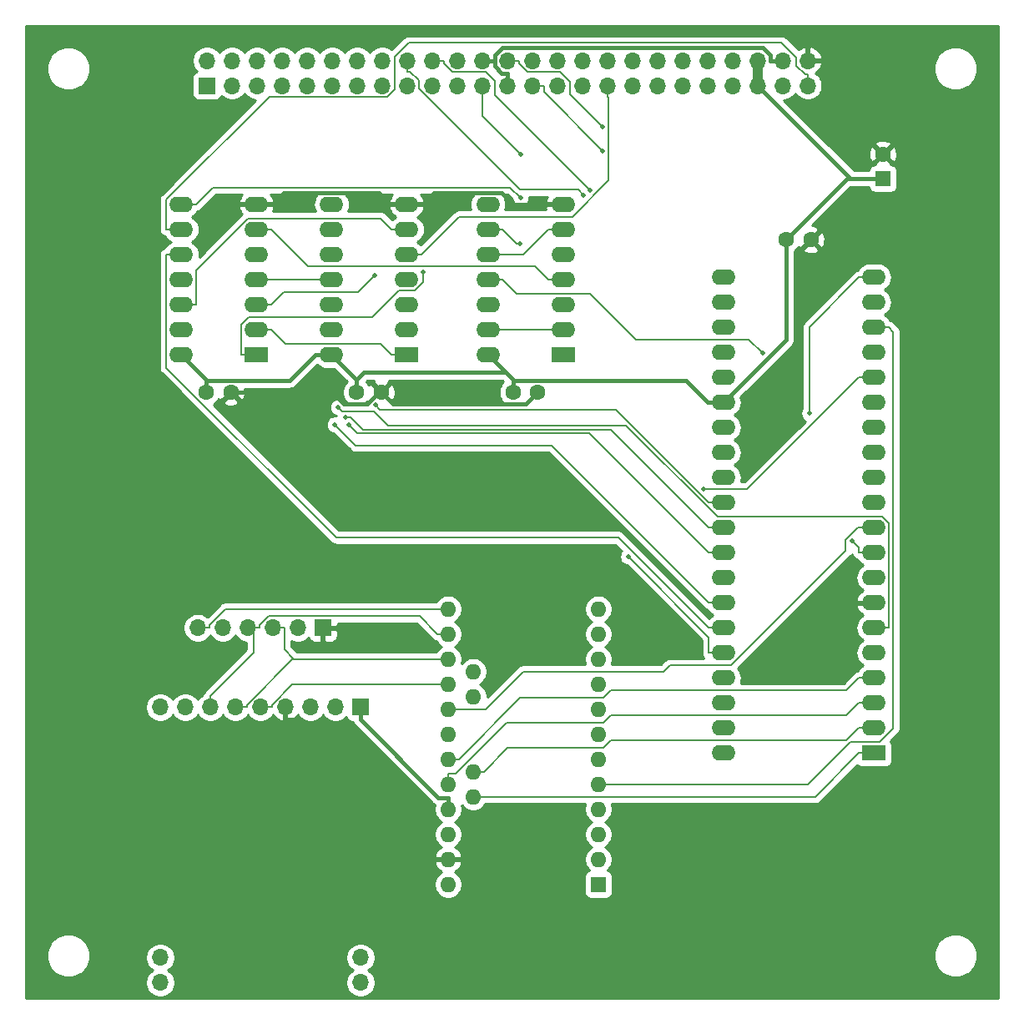
<source format=gtl>
G04 #@! TF.GenerationSoftware,KiCad,Pcbnew,(5.1.9)-1*
G04 #@! TF.CreationDate,2023-02-14T22:57:02+09:00*
G04 #@! TF.ProjectId,FM-7_SD,464d2d37-5f53-4442-9e6b-696361645f70,rev?*
G04 #@! TF.SameCoordinates,PX53920b0PY93c3260*
G04 #@! TF.FileFunction,Copper,L1,Top*
G04 #@! TF.FilePolarity,Positive*
%FSLAX46Y46*%
G04 Gerber Fmt 4.6, Leading zero omitted, Abs format (unit mm)*
G04 Created by KiCad (PCBNEW (5.1.9)-1) date 2023-02-14 22:57:02*
%MOMM*%
%LPD*%
G01*
G04 APERTURE LIST*
G04 #@! TA.AperFunction,ComponentPad*
%ADD10C,1.600000*%
G04 #@! TD*
G04 #@! TA.AperFunction,ComponentPad*
%ADD11R,1.600000X1.600000*%
G04 #@! TD*
G04 #@! TA.AperFunction,ComponentPad*
%ADD12R,1.700000X1.700000*%
G04 #@! TD*
G04 #@! TA.AperFunction,ComponentPad*
%ADD13O,1.700000X1.700000*%
G04 #@! TD*
G04 #@! TA.AperFunction,ComponentPad*
%ADD14R,2.400000X1.600000*%
G04 #@! TD*
G04 #@! TA.AperFunction,ComponentPad*
%ADD15O,2.400000X1.600000*%
G04 #@! TD*
G04 #@! TA.AperFunction,ComponentPad*
%ADD16O,1.600000X1.600000*%
G04 #@! TD*
G04 #@! TA.AperFunction,ViaPad*
%ADD17C,0.500000*%
G04 #@! TD*
G04 #@! TA.AperFunction,Conductor*
%ADD18C,0.400000*%
G04 #@! TD*
G04 #@! TA.AperFunction,Conductor*
%ADD19C,1.000000*%
G04 #@! TD*
G04 #@! TA.AperFunction,Conductor*
%ADD20C,0.200000*%
G04 #@! TD*
G04 #@! TA.AperFunction,Conductor*
%ADD21C,0.254000*%
G04 #@! TD*
G04 #@! TA.AperFunction,Conductor*
%ADD22C,0.100000*%
G04 #@! TD*
G04 APERTURE END LIST*
D10*
X77815000Y77630000D03*
X80315000Y77630000D03*
D11*
X87630000Y83820000D03*
D10*
X87630000Y86320000D03*
X21485000Y62165000D03*
X18985000Y62165000D03*
X34225000Y62165000D03*
X36725000Y62165000D03*
X50100000Y62165000D03*
X52600000Y62165000D03*
D12*
X34635000Y30201000D03*
D13*
X32095000Y30201000D03*
X29555000Y30201000D03*
X27015000Y30201000D03*
X24475000Y30201000D03*
X21935000Y30201000D03*
X19395000Y30201000D03*
X16855000Y30201000D03*
X14315000Y30201000D03*
X14315000Y2261000D03*
X14315000Y4801000D03*
X34635000Y2261000D03*
X34635000Y4801000D03*
D12*
X30825000Y38260000D03*
D13*
X28285000Y38260000D03*
X25745000Y38260000D03*
X23205000Y38260000D03*
X20665000Y38260000D03*
X18125000Y38260000D03*
D14*
X24065000Y65975000D03*
D15*
X16445000Y81215000D03*
X24065000Y68515000D03*
X16445000Y78675000D03*
X24065000Y71055000D03*
X16445000Y76135000D03*
X24065000Y73595000D03*
X16445000Y73595000D03*
X24065000Y76135000D03*
X16445000Y71055000D03*
X24065000Y78675000D03*
X16445000Y68515000D03*
X24065000Y81215000D03*
X16445000Y65975000D03*
X31685000Y65975000D03*
X39305000Y81215000D03*
X31685000Y68515000D03*
X39305000Y78675000D03*
X31685000Y71055000D03*
X39305000Y76135000D03*
X31685000Y73595000D03*
X39305000Y73595000D03*
X31685000Y76135000D03*
X39305000Y71055000D03*
X31685000Y78675000D03*
X39305000Y68515000D03*
X31685000Y81215000D03*
D14*
X39305000Y65975000D03*
X86705000Y25560000D03*
D15*
X71465000Y73820000D03*
X86705000Y28100000D03*
X71465000Y71280000D03*
X86705000Y30640000D03*
X71465000Y68740000D03*
X86705000Y33180000D03*
X71465000Y66200000D03*
X86705000Y35720000D03*
X71465000Y63660000D03*
X86705000Y38260000D03*
X71465000Y61120000D03*
X86705000Y40800000D03*
X71465000Y58580000D03*
X86705000Y43340000D03*
X71465000Y56040000D03*
X86705000Y45880000D03*
X71465000Y53500000D03*
X86705000Y48420000D03*
X71465000Y50960000D03*
X86705000Y50960000D03*
X71465000Y48420000D03*
X86705000Y53500000D03*
X71465000Y45880000D03*
X86705000Y56040000D03*
X71465000Y43340000D03*
X86705000Y58580000D03*
X71465000Y40800000D03*
X86705000Y61120000D03*
X71465000Y38260000D03*
X86705000Y63660000D03*
X71465000Y35720000D03*
X86705000Y66200000D03*
X71465000Y33180000D03*
X86705000Y68740000D03*
X71465000Y30640000D03*
X86705000Y71280000D03*
X71465000Y28100000D03*
X86705000Y73820000D03*
X71465000Y25560000D03*
D11*
X58765000Y12225000D03*
D16*
X58765000Y14765000D03*
X58765000Y17305000D03*
X43525000Y40165000D03*
X58765000Y19845000D03*
X43525000Y37625000D03*
X58765000Y22385000D03*
X43525000Y35085000D03*
X58765000Y24925000D03*
X43525000Y32545000D03*
X58765000Y27465000D03*
X43525000Y30005000D03*
X58765000Y30005000D03*
X43525000Y27465000D03*
X58765000Y32545000D03*
X43525000Y24925000D03*
X58765000Y35085000D03*
X43525000Y22385000D03*
X58765000Y37625000D03*
X43525000Y19845000D03*
X58765000Y40165000D03*
X43525000Y17305000D03*
X43525000Y14765000D03*
X43525000Y12225000D03*
X46065000Y21115000D03*
X46065000Y23655000D03*
X46065000Y31275000D03*
X46065000Y33815000D03*
D15*
X47560000Y65975000D03*
X55180000Y81215000D03*
X47560000Y68515000D03*
X55180000Y78675000D03*
X47560000Y71055000D03*
X55180000Y76135000D03*
X47560000Y73595000D03*
X55180000Y73595000D03*
X47560000Y76135000D03*
X55180000Y71055000D03*
X47560000Y78675000D03*
X55180000Y68515000D03*
X47560000Y81215000D03*
D14*
X55180000Y65975000D03*
D12*
X19050000Y93265000D03*
D13*
X19050000Y95805000D03*
X21590000Y93265000D03*
X21590000Y95805000D03*
X24130000Y93265000D03*
X24130000Y95805000D03*
X26670000Y93265000D03*
X26670000Y95805000D03*
X29210000Y93265000D03*
X29210000Y95805000D03*
X31750000Y93265000D03*
X31750000Y95805000D03*
X34290000Y93265000D03*
X34290000Y95805000D03*
X36830000Y93265000D03*
X36830000Y95805000D03*
X39370000Y93265000D03*
X39370000Y95805000D03*
X41910000Y93265000D03*
X41910000Y95805000D03*
X44450000Y93265000D03*
X44450000Y95805000D03*
X46990000Y93265000D03*
X46990000Y95805000D03*
X49530000Y93265000D03*
X49530000Y95805000D03*
X52070000Y93265000D03*
X52070000Y95805000D03*
X54610000Y93265000D03*
X54610000Y95805000D03*
X57150000Y93265000D03*
X57150000Y95805000D03*
X59690000Y93265000D03*
X59690000Y95805000D03*
X62230000Y93265000D03*
X62230000Y95805000D03*
X64770000Y93265000D03*
X64770000Y95805000D03*
X67310000Y93265000D03*
X67310000Y95805000D03*
X69850000Y93265000D03*
X69850000Y95805000D03*
X72390000Y93265000D03*
X72390000Y95805000D03*
X74930000Y93265000D03*
X74930000Y95805000D03*
X77470000Y93265000D03*
X77470000Y95805000D03*
X80010000Y93265000D03*
X80010000Y95805000D03*
D17*
X69416300Y52321000D03*
X50871800Y81869900D03*
X80165500Y59997900D03*
X84545700Y47065000D03*
X59159700Y89097100D03*
X36032700Y74017100D03*
X32010000Y58882300D03*
X33413700Y58850300D03*
X36119300Y60851900D03*
X57259700Y82142500D03*
X50875900Y86322800D03*
X59226300Y86662000D03*
X40996900Y74317400D03*
X33145900Y59621600D03*
X57957600Y82603500D03*
X75402700Y66105300D03*
X61775300Y45462700D03*
X32349400Y60625800D03*
X50832200Y77243800D03*
D18*
X71465000Y61120000D02*
X69864700Y61120000D01*
X50100000Y63365400D02*
X67619300Y63365400D01*
X67619300Y63365400D02*
X69864700Y61120000D01*
X50100000Y63365400D02*
X50100000Y63435000D01*
X50100000Y63435000D02*
X49280100Y64255000D01*
X50100000Y62165000D02*
X50100000Y63365400D01*
X34635000Y30201000D02*
X34635000Y28950700D01*
X43525000Y19845000D02*
X43525000Y21045300D01*
X34635000Y28950700D02*
X42540400Y21045300D01*
X42540400Y21045300D02*
X43525000Y21045300D01*
X31685000Y65975000D02*
X30084700Y65975000D01*
X18985000Y63365400D02*
X27475100Y63365400D01*
X27475100Y63365400D02*
X30084700Y65975000D01*
X18985000Y63365400D02*
X18985000Y63435000D01*
X18985000Y63435000D02*
X16445000Y65975000D01*
X18985000Y62165000D02*
X18985000Y63365400D01*
X34225000Y63435000D02*
X31685000Y65975000D01*
X34225000Y62165000D02*
X34225000Y63435000D01*
X49280100Y64255000D02*
X49218200Y64193100D01*
X49218200Y64193100D02*
X34983100Y64193100D01*
X34983100Y64193100D02*
X34225000Y63435000D01*
X49280100Y64255000D02*
X47560000Y65975000D01*
X77815000Y77630000D02*
X77815000Y67470000D01*
X77815000Y67470000D02*
X71465000Y61120000D01*
X84375000Y83820000D02*
X84005000Y83820000D01*
X84005000Y83820000D02*
X77815000Y77630000D01*
X87630000Y83820000D02*
X84375000Y83820000D01*
X84375000Y83820000D02*
X74930000Y93265000D01*
D19*
X74930000Y93265000D02*
X74930000Y95805000D01*
D18*
X36725000Y62165000D02*
X36512800Y62165000D01*
X36512800Y62165000D02*
X35310800Y60963000D01*
X35310800Y60963000D02*
X32931900Y60963000D01*
X32931900Y60963000D02*
X31729900Y62165000D01*
X31729900Y62165000D02*
X21485000Y62165000D01*
X39305000Y81215000D02*
X40905300Y81215000D01*
X40905300Y81215000D02*
X42112600Y82422300D01*
X42112600Y82422300D02*
X48909700Y82422300D01*
X48909700Y82422300D02*
X50117000Y81215000D01*
X50117000Y81215000D02*
X55180000Y81215000D01*
X38504900Y81215000D02*
X39305000Y81215000D01*
X38504900Y81215000D02*
X37704700Y81215000D01*
X24065000Y81215000D02*
X25665300Y81215000D01*
X37704700Y81215000D02*
X36497800Y82421900D01*
X36497800Y82421900D02*
X26872200Y82421900D01*
X26872200Y82421900D02*
X25665300Y81215000D01*
X49530000Y93265000D02*
X49530000Y94515300D01*
X49530000Y94515300D02*
X48983000Y94515300D01*
X48983000Y94515300D02*
X48240300Y95258000D01*
X48240300Y95258000D02*
X48240300Y95805000D01*
X77470000Y95805000D02*
X76219700Y95805000D01*
X76219700Y95805000D02*
X76219700Y96352000D01*
X76219700Y96352000D02*
X75484300Y97087400D01*
X75484300Y97087400D02*
X49004600Y97087400D01*
X49004600Y97087400D02*
X48240300Y96323100D01*
X48240300Y96323100D02*
X48240300Y95805000D01*
X46990000Y95805000D02*
X48240300Y95805000D01*
X52600000Y62165000D02*
X51399600Y60964600D01*
X51399600Y60964600D02*
X37925400Y60964600D01*
X37925400Y60964600D02*
X36725000Y62165000D01*
X27015000Y30201000D02*
X27015000Y28950700D01*
X43525000Y14765000D02*
X42324700Y14765000D01*
X42324700Y14765000D02*
X28139000Y28950700D01*
X28139000Y28950700D02*
X27015000Y28950700D01*
D20*
X86705000Y25560000D02*
X85204700Y25560000D01*
X46065000Y21115000D02*
X80759700Y21115000D01*
X80759700Y21115000D02*
X85204700Y25560000D01*
X47165300Y23655000D02*
X49563700Y26053400D01*
X49563700Y26053400D02*
X59258400Y26053400D01*
X59258400Y26053400D02*
X60035000Y26830000D01*
X60035000Y26830000D02*
X83934700Y26830000D01*
X83934700Y26830000D02*
X85204700Y28100000D01*
X86705000Y28100000D02*
X85204700Y28100000D01*
X46065000Y23655000D02*
X47165300Y23655000D01*
X86705000Y30640000D02*
X85204700Y30640000D01*
X43525000Y22385000D02*
X43525000Y23485300D01*
X43525000Y23485300D02*
X44307800Y23485300D01*
X44307800Y23485300D02*
X49415900Y28593400D01*
X49415900Y28593400D02*
X59258400Y28593400D01*
X59258400Y28593400D02*
X60035000Y29370000D01*
X60035000Y29370000D02*
X83934700Y29370000D01*
X83934700Y29370000D02*
X85204700Y30640000D01*
X44625300Y24925000D02*
X50833700Y31133400D01*
X50833700Y31133400D02*
X59258400Y31133400D01*
X59258400Y31133400D02*
X60035000Y31910000D01*
X60035000Y31910000D02*
X83934700Y31910000D01*
X83934700Y31910000D02*
X85204700Y33180000D01*
X86705000Y33180000D02*
X85204700Y33180000D01*
X43525000Y24925000D02*
X44625300Y24925000D01*
X85204700Y63660000D02*
X73865700Y52321000D01*
X73865700Y52321000D02*
X69416300Y52321000D01*
X86705000Y63660000D02*
X85204700Y63660000D01*
X24065000Y68515000D02*
X25565300Y68515000D01*
X39305000Y65975000D02*
X37804700Y65975000D01*
X37804700Y65975000D02*
X36704400Y67075300D01*
X36704400Y67075300D02*
X27005000Y67075300D01*
X27005000Y67075300D02*
X25565300Y68515000D01*
X16445000Y81215000D02*
X17945300Y81215000D01*
X50871800Y81869900D02*
X49809600Y82932100D01*
X49809600Y82932100D02*
X19662400Y82932100D01*
X19662400Y82932100D02*
X17945300Y81215000D01*
X16445000Y71055000D02*
X17945300Y71055000D01*
X39305000Y78675000D02*
X37804700Y78675000D01*
X37804700Y78675000D02*
X36693400Y79786300D01*
X36693400Y79786300D02*
X23183200Y79786300D01*
X23183200Y79786300D02*
X17945300Y74548400D01*
X17945300Y74548400D02*
X17945300Y71055000D01*
X14944700Y76135000D02*
X14944700Y64630300D01*
X14944700Y64630300D02*
X32140400Y47434600D01*
X32140400Y47434600D02*
X60790100Y47434600D01*
X60790100Y47434600D02*
X69964700Y38260000D01*
X16445000Y76135000D02*
X14944700Y76135000D01*
X71465000Y38260000D02*
X69964700Y38260000D01*
X85204700Y48420000D02*
X85122500Y48420000D01*
X85122500Y48420000D02*
X83847400Y47144900D01*
X83847400Y47144900D02*
X83847400Y46084600D01*
X83847400Y46084600D02*
X72212800Y34450000D01*
X72212800Y34450000D02*
X66036400Y34450000D01*
X66036400Y34450000D02*
X65401400Y33815000D01*
X65401400Y33815000D02*
X51139200Y33815000D01*
X51139200Y33815000D02*
X47329200Y30005000D01*
X47329200Y30005000D02*
X43525000Y30005000D01*
X86705000Y48420000D02*
X85204700Y48420000D01*
X88205300Y68740000D02*
X88656500Y68288800D01*
X88656500Y68288800D02*
X88656500Y28066100D01*
X88656500Y28066100D02*
X87278800Y26688400D01*
X87278800Y26688400D02*
X84359400Y26688400D01*
X84359400Y26688400D02*
X80056000Y22385000D01*
X80056000Y22385000D02*
X58765000Y22385000D01*
X86705000Y68740000D02*
X88205300Y68740000D01*
X85204700Y73820000D02*
X80165500Y68780800D01*
X80165500Y68780800D02*
X80165500Y59997900D01*
X86705000Y73820000D02*
X85204700Y73820000D01*
X25565300Y78675000D02*
X29326100Y74914200D01*
X29326100Y74914200D02*
X52360500Y74914200D01*
X52360500Y74914200D02*
X53679700Y73595000D01*
X24065000Y78675000D02*
X25565300Y78675000D01*
X55180000Y73595000D02*
X53679700Y73595000D01*
X24475000Y30201000D02*
X25625300Y30201000D01*
X43525000Y32545000D02*
X27730900Y32545000D01*
X27730900Y32545000D02*
X25625300Y30439400D01*
X25625300Y30439400D02*
X25625300Y30201000D01*
X27795100Y35149200D02*
X23085300Y30439400D01*
X23085300Y30439400D02*
X23085300Y30201000D01*
X43525000Y35085000D02*
X27859300Y35085000D01*
X27859300Y35085000D02*
X27795100Y35149200D01*
X27795100Y35149200D02*
X26895300Y36049000D01*
X26895300Y36049000D02*
X26895300Y38260000D01*
X21935000Y30201000D02*
X23085300Y30201000D01*
X25745000Y38260000D02*
X26895300Y38260000D01*
X19395000Y30201000D02*
X19395000Y31351300D01*
X23780200Y38260000D02*
X23780200Y35736500D01*
X23780200Y35736500D02*
X19395000Y31351300D01*
X23780200Y38260000D02*
X24355300Y38260000D01*
X23205000Y38260000D02*
X23780200Y38260000D01*
X42424700Y37625000D02*
X40613900Y39435800D01*
X40613900Y39435800D02*
X25292600Y39435800D01*
X25292600Y39435800D02*
X24355300Y38498500D01*
X24355300Y38498500D02*
X24355300Y38260000D01*
X43525000Y37625000D02*
X42424700Y37625000D01*
X18125000Y38260000D02*
X19275300Y38260000D01*
X43525000Y40165000D02*
X20941900Y40165000D01*
X20941900Y40165000D02*
X19275300Y38498400D01*
X19275300Y38498400D02*
X19275300Y38260000D01*
X49530000Y95805000D02*
X50680300Y95805000D01*
X86705000Y45880000D02*
X85204700Y45880000D01*
X84545700Y47065000D02*
X85204700Y46406000D01*
X85204700Y46406000D02*
X85204700Y45880000D01*
X50680300Y95805000D02*
X50680300Y95517300D01*
X50680300Y95517300D02*
X51542900Y94654700D01*
X51542900Y94654700D02*
X54908800Y94654700D01*
X54908800Y94654700D02*
X55880000Y93683500D01*
X55880000Y93683500D02*
X55880000Y92376800D01*
X55880000Y92376800D02*
X59159700Y89097100D01*
X24065000Y71055000D02*
X25565300Y71055000D01*
X36032700Y74017100D02*
X34340600Y72325000D01*
X34340600Y72325000D02*
X26835300Y72325000D01*
X26835300Y72325000D02*
X25565300Y71055000D01*
X32010000Y58882300D02*
X34123800Y56768500D01*
X34123800Y56768500D02*
X53996200Y56768500D01*
X53996200Y56768500D02*
X69964700Y40800000D01*
X71465000Y40800000D02*
X69964700Y40800000D01*
X71465000Y45880000D02*
X69964700Y45880000D01*
X33413700Y58850300D02*
X34294700Y57969300D01*
X34294700Y57969300D02*
X57875400Y57969300D01*
X57875400Y57969300D02*
X69964700Y45880000D01*
X69964700Y50960000D02*
X60509400Y60415300D01*
X60509400Y60415300D02*
X36555900Y60415300D01*
X36555900Y60415300D02*
X36119300Y60851900D01*
X71465000Y50960000D02*
X69964700Y50960000D01*
X39370000Y95805000D02*
X39370000Y94654700D01*
X39370000Y94654700D02*
X39657700Y94654700D01*
X39657700Y94654700D02*
X40520300Y93792100D01*
X40520300Y93792100D02*
X40520300Y92999900D01*
X40520300Y92999900D02*
X50813300Y82706900D01*
X50813300Y82706900D02*
X56695300Y82706900D01*
X56695300Y82706900D02*
X57259700Y82142500D01*
X55180000Y68515000D02*
X47560000Y68515000D01*
X46990000Y93265000D02*
X46990000Y90208700D01*
X46990000Y90208700D02*
X50875900Y86322800D01*
X53220300Y93265000D02*
X53220300Y92668000D01*
X53220300Y92668000D02*
X59226300Y86662000D01*
X52070000Y93265000D02*
X53220300Y93265000D01*
X24065000Y65975000D02*
X22564700Y65975000D01*
X40996900Y74317400D02*
X40996900Y73311600D01*
X40996900Y73311600D02*
X40160100Y72474800D01*
X40160100Y72474800D02*
X38504800Y72474800D01*
X38504800Y72474800D02*
X35815000Y69785000D01*
X35815000Y69785000D02*
X23318500Y69785000D01*
X23318500Y69785000D02*
X22564700Y69031200D01*
X22564700Y69031200D02*
X22564700Y65975000D01*
X39305000Y76135000D02*
X40805300Y76135000D01*
X59690000Y93265000D02*
X59690000Y92114700D01*
X59690000Y92114700D02*
X59784500Y92020200D01*
X59784500Y92020200D02*
X59784500Y83628700D01*
X59784500Y83628700D02*
X56100800Y79945000D01*
X56100800Y79945000D02*
X44615300Y79945000D01*
X44615300Y79945000D02*
X40805300Y76135000D01*
X33145900Y59621600D02*
X33145900Y59621500D01*
X33145900Y59621500D02*
X33650600Y59621500D01*
X33650600Y59621500D02*
X34902400Y58369700D01*
X34902400Y58369700D02*
X60015000Y58369700D01*
X60015000Y58369700D02*
X69964700Y48420000D01*
X71465000Y48420000D02*
X69964700Y48420000D01*
X41910000Y95805000D02*
X43060300Y95805000D01*
X43060300Y95805000D02*
X43060300Y95517300D01*
X43060300Y95517300D02*
X43922900Y94654700D01*
X43922900Y94654700D02*
X47302100Y94654700D01*
X47302100Y94654700D02*
X48260000Y93696800D01*
X48260000Y93696800D02*
X48260000Y92301100D01*
X48260000Y92301100D02*
X57957600Y82603500D01*
X16445000Y78675000D02*
X14944700Y78675000D01*
X80010000Y93265000D02*
X80010000Y94415300D01*
X80010000Y94415300D02*
X79722300Y94415300D01*
X79722300Y94415300D02*
X78859700Y95277900D01*
X78859700Y95277900D02*
X78859700Y96071200D01*
X78859700Y96071200D02*
X77323800Y97607100D01*
X77323800Y97607100D02*
X39528300Y97607100D01*
X39528300Y97607100D02*
X38100000Y96178800D01*
X38100000Y96178800D02*
X38100000Y92876600D01*
X38100000Y92876600D02*
X37338000Y92114600D01*
X37338000Y92114600D02*
X25379400Y92114600D01*
X25379400Y92114600D02*
X14944700Y81679900D01*
X14944700Y81679900D02*
X14944700Y78675000D01*
X31685000Y73595000D02*
X24065000Y73595000D01*
X47560000Y73595000D02*
X49060300Y73595000D01*
X75402700Y66105300D02*
X74038000Y67470000D01*
X74038000Y67470000D02*
X62602800Y67470000D01*
X62602800Y67470000D02*
X57917400Y72155400D01*
X57917400Y72155400D02*
X50499900Y72155400D01*
X50499900Y72155400D02*
X49060300Y73595000D01*
X69964700Y35720000D02*
X69964700Y37273300D01*
X69964700Y37273300D02*
X61775300Y45462700D01*
X71465000Y35720000D02*
X69964700Y35720000D01*
X53679700Y78675000D02*
X51139700Y76135000D01*
X51139700Y76135000D02*
X47560000Y76135000D01*
X55180000Y78675000D02*
X53679700Y78675000D01*
X86705000Y38260000D02*
X88205300Y38260000D01*
X88205300Y38260000D02*
X88205300Y48888500D01*
X88205300Y48888500D02*
X87573400Y49520400D01*
X87573400Y49520400D02*
X70838000Y49520400D01*
X70838000Y49520400D02*
X61588300Y58770100D01*
X61588300Y58770100D02*
X37422700Y58770100D01*
X37422700Y58770100D02*
X36020800Y60172000D01*
X36020800Y60172000D02*
X32803200Y60172000D01*
X32803200Y60172000D02*
X32349400Y60625800D01*
X47560000Y78675000D02*
X49060300Y78675000D01*
X49060300Y78675000D02*
X50491500Y77243800D01*
X50491500Y77243800D02*
X50832200Y77243800D01*
D21*
X99340000Y660000D02*
X660000Y660000D01*
X660000Y5220128D01*
X2765000Y5220128D01*
X2765000Y4779872D01*
X2850890Y4348075D01*
X3019369Y3941331D01*
X3263962Y3575271D01*
X3575271Y3263962D01*
X3941331Y3019369D01*
X4348075Y2850890D01*
X4779872Y2765000D01*
X5220128Y2765000D01*
X5651925Y2850890D01*
X6058669Y3019369D01*
X6424729Y3263962D01*
X6736038Y3575271D01*
X6980631Y3941331D01*
X7149110Y4348075D01*
X7235000Y4779872D01*
X7235000Y4947260D01*
X12830000Y4947260D01*
X12830000Y4654740D01*
X12887068Y4367842D01*
X12999010Y4097589D01*
X13161525Y3854368D01*
X13368368Y3647525D01*
X13542760Y3531000D01*
X13368368Y3414475D01*
X13161525Y3207632D01*
X12999010Y2964411D01*
X12887068Y2694158D01*
X12830000Y2407260D01*
X12830000Y2114740D01*
X12887068Y1827842D01*
X12999010Y1557589D01*
X13161525Y1314368D01*
X13368368Y1107525D01*
X13611589Y945010D01*
X13881842Y833068D01*
X14168740Y776000D01*
X14461260Y776000D01*
X14748158Y833068D01*
X15018411Y945010D01*
X15261632Y1107525D01*
X15468475Y1314368D01*
X15630990Y1557589D01*
X15742932Y1827842D01*
X15800000Y2114740D01*
X15800000Y2407260D01*
X15742932Y2694158D01*
X15630990Y2964411D01*
X15468475Y3207632D01*
X15261632Y3414475D01*
X15087240Y3531000D01*
X15261632Y3647525D01*
X15468475Y3854368D01*
X15630990Y4097589D01*
X15742932Y4367842D01*
X15800000Y4654740D01*
X15800000Y4947260D01*
X33150000Y4947260D01*
X33150000Y4654740D01*
X33207068Y4367842D01*
X33319010Y4097589D01*
X33481525Y3854368D01*
X33688368Y3647525D01*
X33862760Y3531000D01*
X33688368Y3414475D01*
X33481525Y3207632D01*
X33319010Y2964411D01*
X33207068Y2694158D01*
X33150000Y2407260D01*
X33150000Y2114740D01*
X33207068Y1827842D01*
X33319010Y1557589D01*
X33481525Y1314368D01*
X33688368Y1107525D01*
X33931589Y945010D01*
X34201842Y833068D01*
X34488740Y776000D01*
X34781260Y776000D01*
X35068158Y833068D01*
X35338411Y945010D01*
X35581632Y1107525D01*
X35788475Y1314368D01*
X35950990Y1557589D01*
X36062932Y1827842D01*
X36120000Y2114740D01*
X36120000Y2407260D01*
X36062932Y2694158D01*
X35950990Y2964411D01*
X35788475Y3207632D01*
X35581632Y3414475D01*
X35407240Y3531000D01*
X35581632Y3647525D01*
X35788475Y3854368D01*
X35950990Y4097589D01*
X36062932Y4367842D01*
X36120000Y4654740D01*
X36120000Y4947260D01*
X36065723Y5220128D01*
X92765000Y5220128D01*
X92765000Y4779872D01*
X92850890Y4348075D01*
X93019369Y3941331D01*
X93263962Y3575271D01*
X93575271Y3263962D01*
X93941331Y3019369D01*
X94348075Y2850890D01*
X94779872Y2765000D01*
X95220128Y2765000D01*
X95651925Y2850890D01*
X96058669Y3019369D01*
X96424729Y3263962D01*
X96736038Y3575271D01*
X96980631Y3941331D01*
X97149110Y4348075D01*
X97235000Y4779872D01*
X97235000Y5220128D01*
X97149110Y5651925D01*
X96980631Y6058669D01*
X96736038Y6424729D01*
X96424729Y6736038D01*
X96058669Y6980631D01*
X95651925Y7149110D01*
X95220128Y7235000D01*
X94779872Y7235000D01*
X94348075Y7149110D01*
X93941331Y6980631D01*
X93575271Y6736038D01*
X93263962Y6424729D01*
X93019369Y6058669D01*
X92850890Y5651925D01*
X92765000Y5220128D01*
X36065723Y5220128D01*
X36062932Y5234158D01*
X35950990Y5504411D01*
X35788475Y5747632D01*
X35581632Y5954475D01*
X35338411Y6116990D01*
X35068158Y6228932D01*
X34781260Y6286000D01*
X34488740Y6286000D01*
X34201842Y6228932D01*
X33931589Y6116990D01*
X33688368Y5954475D01*
X33481525Y5747632D01*
X33319010Y5504411D01*
X33207068Y5234158D01*
X33150000Y4947260D01*
X15800000Y4947260D01*
X15742932Y5234158D01*
X15630990Y5504411D01*
X15468475Y5747632D01*
X15261632Y5954475D01*
X15018411Y6116990D01*
X14748158Y6228932D01*
X14461260Y6286000D01*
X14168740Y6286000D01*
X13881842Y6228932D01*
X13611589Y6116990D01*
X13368368Y5954475D01*
X13161525Y5747632D01*
X12999010Y5504411D01*
X12887068Y5234158D01*
X12830000Y4947260D01*
X7235000Y4947260D01*
X7235000Y5220128D01*
X7149110Y5651925D01*
X6980631Y6058669D01*
X6736038Y6424729D01*
X6424729Y6736038D01*
X6058669Y6980631D01*
X5651925Y7149110D01*
X5220128Y7235000D01*
X4779872Y7235000D01*
X4348075Y7149110D01*
X3941331Y6980631D01*
X3575271Y6736038D01*
X3263962Y6424729D01*
X3019369Y6058669D01*
X2850890Y5651925D01*
X2765000Y5220128D01*
X660000Y5220128D01*
X660000Y12366335D01*
X42090000Y12366335D01*
X42090000Y12083665D01*
X42145147Y11806426D01*
X42253320Y11545273D01*
X42410363Y11310241D01*
X42610241Y11110363D01*
X42845273Y10953320D01*
X43106426Y10845147D01*
X43383665Y10790000D01*
X43666335Y10790000D01*
X43943574Y10845147D01*
X44204727Y10953320D01*
X44439759Y11110363D01*
X44639637Y11310241D01*
X44796680Y11545273D01*
X44904853Y11806426D01*
X44960000Y12083665D01*
X44960000Y12366335D01*
X44904853Y12643574D01*
X44796680Y12904727D01*
X44639637Y13139759D01*
X44439759Y13339637D01*
X44204727Y13496680D01*
X44194135Y13501067D01*
X44380131Y13612615D01*
X44588519Y13801586D01*
X44756037Y14027580D01*
X44876246Y14281913D01*
X44916904Y14415961D01*
X44794915Y14638000D01*
X43652000Y14638000D01*
X43652000Y14618000D01*
X43398000Y14618000D01*
X43398000Y14638000D01*
X42255085Y14638000D01*
X42133096Y14415961D01*
X42173754Y14281913D01*
X42293963Y14027580D01*
X42461481Y13801586D01*
X42669869Y13612615D01*
X42855865Y13501067D01*
X42845273Y13496680D01*
X42610241Y13339637D01*
X42410363Y13139759D01*
X42253320Y12904727D01*
X42145147Y12643574D01*
X42090000Y12366335D01*
X660000Y12366335D01*
X660000Y30347260D01*
X12830000Y30347260D01*
X12830000Y30054740D01*
X12887068Y29767842D01*
X12999010Y29497589D01*
X13161525Y29254368D01*
X13368368Y29047525D01*
X13611589Y28885010D01*
X13881842Y28773068D01*
X14168740Y28716000D01*
X14461260Y28716000D01*
X14748158Y28773068D01*
X15018411Y28885010D01*
X15261632Y29047525D01*
X15468475Y29254368D01*
X15585000Y29428760D01*
X15701525Y29254368D01*
X15908368Y29047525D01*
X16151589Y28885010D01*
X16421842Y28773068D01*
X16708740Y28716000D01*
X17001260Y28716000D01*
X17288158Y28773068D01*
X17558411Y28885010D01*
X17801632Y29047525D01*
X18008475Y29254368D01*
X18125000Y29428760D01*
X18241525Y29254368D01*
X18448368Y29047525D01*
X18691589Y28885010D01*
X18961842Y28773068D01*
X19248740Y28716000D01*
X19541260Y28716000D01*
X19828158Y28773068D01*
X20098411Y28885010D01*
X20341632Y29047525D01*
X20548475Y29254368D01*
X20665000Y29428760D01*
X20781525Y29254368D01*
X20988368Y29047525D01*
X21231589Y28885010D01*
X21501842Y28773068D01*
X21788740Y28716000D01*
X22081260Y28716000D01*
X22368158Y28773068D01*
X22638411Y28885010D01*
X22881632Y29047525D01*
X23088475Y29254368D01*
X23205000Y29428760D01*
X23321525Y29254368D01*
X23528368Y29047525D01*
X23771589Y28885010D01*
X24041842Y28773068D01*
X24328740Y28716000D01*
X24621260Y28716000D01*
X24908158Y28773068D01*
X25178411Y28885010D01*
X25421632Y29047525D01*
X25628475Y29254368D01*
X25750195Y29436534D01*
X25819822Y29319645D01*
X26014731Y29103412D01*
X26248080Y28929359D01*
X26510901Y28804175D01*
X26658110Y28759524D01*
X26888000Y28880845D01*
X26888000Y30074000D01*
X26868000Y30074000D01*
X26868000Y30328000D01*
X26888000Y30328000D01*
X26888000Y30348000D01*
X27142000Y30348000D01*
X27142000Y30328000D01*
X27162000Y30328000D01*
X27162000Y30074000D01*
X27142000Y30074000D01*
X27142000Y28880845D01*
X27371890Y28759524D01*
X27519099Y28804175D01*
X27781920Y28929359D01*
X28015269Y29103412D01*
X28210178Y29319645D01*
X28279805Y29436534D01*
X28401525Y29254368D01*
X28608368Y29047525D01*
X28851589Y28885010D01*
X29121842Y28773068D01*
X29408740Y28716000D01*
X29701260Y28716000D01*
X29988158Y28773068D01*
X30258411Y28885010D01*
X30501632Y29047525D01*
X30708475Y29254368D01*
X30825000Y29428760D01*
X30941525Y29254368D01*
X31148368Y29047525D01*
X31391589Y28885010D01*
X31661842Y28773068D01*
X31948740Y28716000D01*
X32241260Y28716000D01*
X32528158Y28773068D01*
X32798411Y28885010D01*
X33041632Y29047525D01*
X33173487Y29179380D01*
X33195498Y29106820D01*
X33254463Y28996506D01*
X33333815Y28899815D01*
X33430506Y28820463D01*
X33540820Y28761498D01*
X33660518Y28725188D01*
X33785000Y28712928D01*
X33834555Y28712928D01*
X33859828Y28629614D01*
X33923593Y28510319D01*
X33937365Y28484554D01*
X34041710Y28357409D01*
X34073574Y28331259D01*
X41920963Y20483868D01*
X41947109Y20452009D01*
X41978968Y20425863D01*
X41978970Y20425861D01*
X42074254Y20347664D01*
X42160814Y20301397D01*
X42145147Y20263574D01*
X42090000Y19986335D01*
X42090000Y19703665D01*
X42145147Y19426426D01*
X42253320Y19165273D01*
X42410363Y18930241D01*
X42610241Y18730363D01*
X42842759Y18575000D01*
X42610241Y18419637D01*
X42410363Y18219759D01*
X42253320Y17984727D01*
X42145147Y17723574D01*
X42090000Y17446335D01*
X42090000Y17163665D01*
X42145147Y16886426D01*
X42253320Y16625273D01*
X42410363Y16390241D01*
X42610241Y16190363D01*
X42845273Y16033320D01*
X42855865Y16028933D01*
X42669869Y15917385D01*
X42461481Y15728414D01*
X42293963Y15502420D01*
X42173754Y15248087D01*
X42133096Y15114039D01*
X42255085Y14892000D01*
X43398000Y14892000D01*
X43398000Y14912000D01*
X43652000Y14912000D01*
X43652000Y14892000D01*
X44794915Y14892000D01*
X44916904Y15114039D01*
X44876246Y15248087D01*
X44756037Y15502420D01*
X44588519Y15728414D01*
X44380131Y15917385D01*
X44194135Y16028933D01*
X44204727Y16033320D01*
X44439759Y16190363D01*
X44639637Y16390241D01*
X44796680Y16625273D01*
X44904853Y16886426D01*
X44960000Y17163665D01*
X44960000Y17446335D01*
X44904853Y17723574D01*
X44796680Y17984727D01*
X44639637Y18219759D01*
X44439759Y18419637D01*
X44207241Y18575000D01*
X44439759Y18730363D01*
X44639637Y18930241D01*
X44796680Y19165273D01*
X44904853Y19426426D01*
X44960000Y19703665D01*
X44960000Y19986335D01*
X44904853Y20263574D01*
X44899646Y20276144D01*
X44950363Y20200241D01*
X45150241Y20000363D01*
X45385273Y19843320D01*
X45646426Y19735147D01*
X45923665Y19680000D01*
X46206335Y19680000D01*
X46483574Y19735147D01*
X46744727Y19843320D01*
X46979759Y20000363D01*
X47179637Y20200241D01*
X47299748Y20380000D01*
X57433372Y20380000D01*
X57385147Y20263574D01*
X57330000Y19986335D01*
X57330000Y19703665D01*
X57385147Y19426426D01*
X57493320Y19165273D01*
X57650363Y18930241D01*
X57850241Y18730363D01*
X58082759Y18575000D01*
X57850241Y18419637D01*
X57650363Y18219759D01*
X57493320Y17984727D01*
X57385147Y17723574D01*
X57330000Y17446335D01*
X57330000Y17163665D01*
X57385147Y16886426D01*
X57493320Y16625273D01*
X57650363Y16390241D01*
X57850241Y16190363D01*
X58082759Y16035000D01*
X57850241Y15879637D01*
X57650363Y15679759D01*
X57493320Y15444727D01*
X57385147Y15183574D01*
X57330000Y14906335D01*
X57330000Y14623665D01*
X57385147Y14346426D01*
X57493320Y14085273D01*
X57650363Y13850241D01*
X57848961Y13651643D01*
X57840518Y13650812D01*
X57720820Y13614502D01*
X57610506Y13555537D01*
X57513815Y13476185D01*
X57434463Y13379494D01*
X57375498Y13269180D01*
X57339188Y13149482D01*
X57326928Y13025000D01*
X57326928Y11425000D01*
X57339188Y11300518D01*
X57375498Y11180820D01*
X57434463Y11070506D01*
X57513815Y10973815D01*
X57610506Y10894463D01*
X57720820Y10835498D01*
X57840518Y10799188D01*
X57965000Y10786928D01*
X59565000Y10786928D01*
X59689482Y10799188D01*
X59809180Y10835498D01*
X59919494Y10894463D01*
X60016185Y10973815D01*
X60095537Y11070506D01*
X60154502Y11180820D01*
X60190812Y11300518D01*
X60203072Y11425000D01*
X60203072Y13025000D01*
X60190812Y13149482D01*
X60154502Y13269180D01*
X60095537Y13379494D01*
X60016185Y13476185D01*
X59919494Y13555537D01*
X59809180Y13614502D01*
X59689482Y13650812D01*
X59681039Y13651643D01*
X59879637Y13850241D01*
X60036680Y14085273D01*
X60144853Y14346426D01*
X60200000Y14623665D01*
X60200000Y14906335D01*
X60144853Y15183574D01*
X60036680Y15444727D01*
X59879637Y15679759D01*
X59679759Y15879637D01*
X59447241Y16035000D01*
X59679759Y16190363D01*
X59879637Y16390241D01*
X60036680Y16625273D01*
X60144853Y16886426D01*
X60200000Y17163665D01*
X60200000Y17446335D01*
X60144853Y17723574D01*
X60036680Y17984727D01*
X59879637Y18219759D01*
X59679759Y18419637D01*
X59447241Y18575000D01*
X59679759Y18730363D01*
X59879637Y18930241D01*
X60036680Y19165273D01*
X60144853Y19426426D01*
X60200000Y19703665D01*
X60200000Y19986335D01*
X60144853Y20263574D01*
X60096628Y20380000D01*
X80723595Y20380000D01*
X80759700Y20376444D01*
X80795805Y20380000D01*
X80903785Y20390635D01*
X81042333Y20432663D01*
X81170020Y20500913D01*
X81281938Y20592762D01*
X81304959Y20620813D01*
X85026385Y24342238D01*
X85053815Y24308815D01*
X85150506Y24229463D01*
X85260820Y24170498D01*
X85380518Y24134188D01*
X85505000Y24121928D01*
X87905000Y24121928D01*
X88029482Y24134188D01*
X88149180Y24170498D01*
X88259494Y24229463D01*
X88356185Y24308815D01*
X88435537Y24405506D01*
X88494502Y24515820D01*
X88530812Y24635518D01*
X88543072Y24760000D01*
X88543072Y26360000D01*
X88530812Y26484482D01*
X88494502Y26604180D01*
X88435537Y26714494D01*
X88394430Y26764583D01*
X89150693Y27520846D01*
X89178738Y27543862D01*
X89270587Y27655780D01*
X89338837Y27783467D01*
X89380865Y27922015D01*
X89386508Y27979313D01*
X89395056Y28066099D01*
X89391500Y28102204D01*
X89391500Y68252704D01*
X89395055Y68288801D01*
X89391500Y68324898D01*
X89391500Y68324905D01*
X89380865Y68432885D01*
X89373439Y68457367D01*
X89357787Y68508963D01*
X89338837Y68571433D01*
X89270587Y68699120D01*
X89178737Y68811038D01*
X89150692Y68834054D01*
X88750559Y69234187D01*
X88727538Y69262238D01*
X88615620Y69354087D01*
X88487933Y69422337D01*
X88349385Y69464365D01*
X88344702Y69464826D01*
X88303932Y69541101D01*
X88124608Y69759608D01*
X87906101Y69938932D01*
X87773142Y70010000D01*
X87906101Y70081068D01*
X88124608Y70260392D01*
X88303932Y70478899D01*
X88437182Y70728192D01*
X88519236Y70998691D01*
X88546943Y71280000D01*
X88519236Y71561309D01*
X88437182Y71831808D01*
X88303932Y72081101D01*
X88124608Y72299608D01*
X87906101Y72478932D01*
X87773142Y72550000D01*
X87906101Y72621068D01*
X88124608Y72800392D01*
X88303932Y73018899D01*
X88437182Y73268192D01*
X88519236Y73538691D01*
X88546943Y73820000D01*
X88519236Y74101309D01*
X88437182Y74371808D01*
X88303932Y74621101D01*
X88124608Y74839608D01*
X87906101Y75018932D01*
X87656808Y75152182D01*
X87386309Y75234236D01*
X87175492Y75255000D01*
X86234508Y75255000D01*
X86023691Y75234236D01*
X85753192Y75152182D01*
X85503899Y75018932D01*
X85285392Y74839608D01*
X85106068Y74621101D01*
X85065298Y74544826D01*
X85060614Y74544365D01*
X85044043Y74539338D01*
X84922067Y74502337D01*
X84794380Y74434087D01*
X84682462Y74342238D01*
X84659446Y74314193D01*
X79671308Y69326054D01*
X79643262Y69303037D01*
X79551413Y69191119D01*
X79483163Y69063432D01*
X79467915Y69013165D01*
X79441135Y68924885D01*
X79426944Y68780800D01*
X79430500Y68744695D01*
X79430501Y60490854D01*
X79381223Y60417105D01*
X79314510Y60256045D01*
X79280500Y60085065D01*
X79280500Y59910735D01*
X79314510Y59739755D01*
X79381223Y59578695D01*
X79478076Y59433745D01*
X79601345Y59310476D01*
X79729859Y59224605D01*
X73561254Y53056000D01*
X73229885Y53056000D01*
X73279236Y53218691D01*
X73306943Y53500000D01*
X73279236Y53781309D01*
X73197182Y54051808D01*
X73063932Y54301101D01*
X72884608Y54519608D01*
X72666101Y54698932D01*
X72533142Y54770000D01*
X72666101Y54841068D01*
X72884608Y55020392D01*
X73063932Y55238899D01*
X73197182Y55488192D01*
X73279236Y55758691D01*
X73306943Y56040000D01*
X73279236Y56321309D01*
X73197182Y56591808D01*
X73063932Y56841101D01*
X72884608Y57059608D01*
X72666101Y57238932D01*
X72533142Y57310000D01*
X72666101Y57381068D01*
X72884608Y57560392D01*
X73063932Y57778899D01*
X73197182Y58028192D01*
X73279236Y58298691D01*
X73306943Y58580000D01*
X73279236Y58861309D01*
X73197182Y59131808D01*
X73063932Y59381101D01*
X72884608Y59599608D01*
X72666101Y59778932D01*
X72533142Y59850000D01*
X72666101Y59921068D01*
X72884608Y60100392D01*
X73063932Y60318899D01*
X73197182Y60568192D01*
X73279236Y60838691D01*
X73306943Y61120000D01*
X73279236Y61401309D01*
X73197297Y61671430D01*
X78376427Y66850559D01*
X78408291Y66876709D01*
X78512636Y67003854D01*
X78590172Y67148913D01*
X78637918Y67306311D01*
X78650000Y67428981D01*
X78654040Y67469999D01*
X78650000Y67511018D01*
X78650000Y76462070D01*
X78729759Y76515363D01*
X78851694Y76637298D01*
X79501903Y76637298D01*
X79573486Y76393329D01*
X79828996Y76272429D01*
X80103184Y76203700D01*
X80385512Y76189783D01*
X80665130Y76231213D01*
X80931292Y76326397D01*
X81056514Y76393329D01*
X81128097Y76637298D01*
X80315000Y77450395D01*
X79501903Y76637298D01*
X78851694Y76637298D01*
X78929637Y76715241D01*
X79063692Y76915869D01*
X79078329Y76888486D01*
X79322298Y76816903D01*
X80135395Y77630000D01*
X80494605Y77630000D01*
X81307702Y76816903D01*
X81551671Y76888486D01*
X81672571Y77143996D01*
X81741300Y77418184D01*
X81755217Y77700512D01*
X81713787Y77980130D01*
X81618603Y78246292D01*
X81551671Y78371514D01*
X81307702Y78443097D01*
X80494605Y77630000D01*
X80135395Y77630000D01*
X80121253Y77644142D01*
X80300858Y77823747D01*
X80315000Y77809605D01*
X81128097Y78622702D01*
X81056514Y78866671D01*
X80801004Y78987571D01*
X80526816Y79056300D01*
X80427084Y79061216D01*
X84349355Y82983486D01*
X84374999Y82980960D01*
X84416018Y82985000D01*
X86195375Y82985000D01*
X86204188Y82895518D01*
X86240498Y82775820D01*
X86299463Y82665506D01*
X86378815Y82568815D01*
X86475506Y82489463D01*
X86585820Y82430498D01*
X86705518Y82394188D01*
X86830000Y82381928D01*
X88430000Y82381928D01*
X88554482Y82394188D01*
X88674180Y82430498D01*
X88784494Y82489463D01*
X88881185Y82568815D01*
X88960537Y82665506D01*
X89019502Y82775820D01*
X89055812Y82895518D01*
X89068072Y83020000D01*
X89068072Y84620000D01*
X89055812Y84744482D01*
X89019502Y84864180D01*
X88960537Y84974494D01*
X88881185Y85071185D01*
X88784494Y85150537D01*
X88674180Y85209502D01*
X88554482Y85245812D01*
X88430000Y85258072D01*
X88422785Y85258072D01*
X88443097Y85327298D01*
X87630000Y86140395D01*
X86816903Y85327298D01*
X86837215Y85258072D01*
X86830000Y85258072D01*
X86705518Y85245812D01*
X86585820Y85209502D01*
X86475506Y85150537D01*
X86378815Y85071185D01*
X86299463Y84974494D01*
X86240498Y84864180D01*
X86204188Y84744482D01*
X86195375Y84655000D01*
X84720868Y84655000D01*
X83126380Y86249488D01*
X86189783Y86249488D01*
X86231213Y85969870D01*
X86326397Y85703708D01*
X86393329Y85578486D01*
X86637298Y85506903D01*
X87450395Y86320000D01*
X87809605Y86320000D01*
X88622702Y85506903D01*
X88866671Y85578486D01*
X88987571Y85833996D01*
X89056300Y86108184D01*
X89070217Y86390512D01*
X89028787Y86670130D01*
X88933603Y86936292D01*
X88866671Y87061514D01*
X88622702Y87133097D01*
X87809605Y86320000D01*
X87450395Y86320000D01*
X86637298Y87133097D01*
X86393329Y87061514D01*
X86272429Y86806004D01*
X86203700Y86531816D01*
X86189783Y86249488D01*
X83126380Y86249488D01*
X82063166Y87312702D01*
X86816903Y87312702D01*
X87630000Y86499605D01*
X88443097Y87312702D01*
X88371514Y87556671D01*
X88116004Y87677571D01*
X87841816Y87746300D01*
X87559488Y87760217D01*
X87279870Y87718787D01*
X87013708Y87623603D01*
X86888486Y87556671D01*
X86816903Y87312702D01*
X82063166Y87312702D01*
X77595867Y91780000D01*
X77616260Y91780000D01*
X77903158Y91837068D01*
X78173411Y91949010D01*
X78416632Y92111525D01*
X78623475Y92318368D01*
X78740000Y92492760D01*
X78856525Y92318368D01*
X79063368Y92111525D01*
X79306589Y91949010D01*
X79576842Y91837068D01*
X79863740Y91780000D01*
X80156260Y91780000D01*
X80443158Y91837068D01*
X80713411Y91949010D01*
X80956632Y92111525D01*
X81163475Y92318368D01*
X81325990Y92561589D01*
X81437932Y92831842D01*
X81495000Y93118740D01*
X81495000Y93411260D01*
X81437932Y93698158D01*
X81325990Y93968411D01*
X81163475Y94211632D01*
X80956632Y94418475D01*
X80780594Y94536100D01*
X81010269Y94707412D01*
X81205178Y94923645D01*
X81354157Y95173748D01*
X81370609Y95220128D01*
X92765000Y95220128D01*
X92765000Y94779872D01*
X92850890Y94348075D01*
X93019369Y93941331D01*
X93263962Y93575271D01*
X93575271Y93263962D01*
X93941331Y93019369D01*
X94348075Y92850890D01*
X94779872Y92765000D01*
X95220128Y92765000D01*
X95651925Y92850890D01*
X96058669Y93019369D01*
X96424729Y93263962D01*
X96736038Y93575271D01*
X96980631Y93941331D01*
X97149110Y94348075D01*
X97235000Y94779872D01*
X97235000Y95220128D01*
X97149110Y95651925D01*
X96980631Y96058669D01*
X96736038Y96424729D01*
X96424729Y96736038D01*
X96058669Y96980631D01*
X95651925Y97149110D01*
X95220128Y97235000D01*
X94779872Y97235000D01*
X94348075Y97149110D01*
X93941331Y96980631D01*
X93575271Y96736038D01*
X93263962Y96424729D01*
X93019369Y96058669D01*
X92850890Y95651925D01*
X92765000Y95220128D01*
X81370609Y95220128D01*
X81451481Y95448109D01*
X81330814Y95678000D01*
X80137000Y95678000D01*
X80137000Y95658000D01*
X79883000Y95658000D01*
X79883000Y95678000D01*
X79863000Y95678000D01*
X79863000Y95932000D01*
X79883000Y95932000D01*
X79883000Y97125155D01*
X80137000Y97125155D01*
X80137000Y95932000D01*
X81330814Y95932000D01*
X81451481Y96161891D01*
X81354157Y96436252D01*
X81205178Y96686355D01*
X81010269Y96902588D01*
X80776920Y97076641D01*
X80514099Y97201825D01*
X80366890Y97246476D01*
X80137000Y97125155D01*
X79883000Y97125155D01*
X79653110Y97246476D01*
X79505901Y97201825D01*
X79243080Y97076641D01*
X79042968Y96927379D01*
X77869058Y98101288D01*
X77846038Y98129338D01*
X77734120Y98221187D01*
X77606433Y98289437D01*
X77467885Y98331465D01*
X77359905Y98342100D01*
X77323800Y98345656D01*
X77287695Y98342100D01*
X39564394Y98342100D01*
X39528299Y98345655D01*
X39492204Y98342100D01*
X39492195Y98342100D01*
X39384215Y98331465D01*
X39245667Y98289437D01*
X39117980Y98221187D01*
X39006062Y98129338D01*
X38983046Y98101293D01*
X37808430Y96926677D01*
X37776632Y96958475D01*
X37533411Y97120990D01*
X37263158Y97232932D01*
X36976260Y97290000D01*
X36683740Y97290000D01*
X36396842Y97232932D01*
X36126589Y97120990D01*
X35883368Y96958475D01*
X35676525Y96751632D01*
X35560000Y96577240D01*
X35443475Y96751632D01*
X35236632Y96958475D01*
X34993411Y97120990D01*
X34723158Y97232932D01*
X34436260Y97290000D01*
X34143740Y97290000D01*
X33856842Y97232932D01*
X33586589Y97120990D01*
X33343368Y96958475D01*
X33136525Y96751632D01*
X33020000Y96577240D01*
X32903475Y96751632D01*
X32696632Y96958475D01*
X32453411Y97120990D01*
X32183158Y97232932D01*
X31896260Y97290000D01*
X31603740Y97290000D01*
X31316842Y97232932D01*
X31046589Y97120990D01*
X30803368Y96958475D01*
X30596525Y96751632D01*
X30480000Y96577240D01*
X30363475Y96751632D01*
X30156632Y96958475D01*
X29913411Y97120990D01*
X29643158Y97232932D01*
X29356260Y97290000D01*
X29063740Y97290000D01*
X28776842Y97232932D01*
X28506589Y97120990D01*
X28263368Y96958475D01*
X28056525Y96751632D01*
X27940000Y96577240D01*
X27823475Y96751632D01*
X27616632Y96958475D01*
X27373411Y97120990D01*
X27103158Y97232932D01*
X26816260Y97290000D01*
X26523740Y97290000D01*
X26236842Y97232932D01*
X25966589Y97120990D01*
X25723368Y96958475D01*
X25516525Y96751632D01*
X25400000Y96577240D01*
X25283475Y96751632D01*
X25076632Y96958475D01*
X24833411Y97120990D01*
X24563158Y97232932D01*
X24276260Y97290000D01*
X23983740Y97290000D01*
X23696842Y97232932D01*
X23426589Y97120990D01*
X23183368Y96958475D01*
X22976525Y96751632D01*
X22860000Y96577240D01*
X22743475Y96751632D01*
X22536632Y96958475D01*
X22293411Y97120990D01*
X22023158Y97232932D01*
X21736260Y97290000D01*
X21443740Y97290000D01*
X21156842Y97232932D01*
X20886589Y97120990D01*
X20643368Y96958475D01*
X20436525Y96751632D01*
X20320000Y96577240D01*
X20203475Y96751632D01*
X19996632Y96958475D01*
X19753411Y97120990D01*
X19483158Y97232932D01*
X19196260Y97290000D01*
X18903740Y97290000D01*
X18616842Y97232932D01*
X18346589Y97120990D01*
X18103368Y96958475D01*
X17896525Y96751632D01*
X17734010Y96508411D01*
X17622068Y96238158D01*
X17565000Y95951260D01*
X17565000Y95658740D01*
X17622068Y95371842D01*
X17734010Y95101589D01*
X17896525Y94858368D01*
X18028380Y94726513D01*
X17955820Y94704502D01*
X17845506Y94645537D01*
X17748815Y94566185D01*
X17669463Y94469494D01*
X17610498Y94359180D01*
X17574188Y94239482D01*
X17561928Y94115000D01*
X17561928Y92415000D01*
X17574188Y92290518D01*
X17610498Y92170820D01*
X17669463Y92060506D01*
X17748815Y91963815D01*
X17845506Y91884463D01*
X17955820Y91825498D01*
X18075518Y91789188D01*
X18200000Y91776928D01*
X19900000Y91776928D01*
X20024482Y91789188D01*
X20144180Y91825498D01*
X20254494Y91884463D01*
X20351185Y91963815D01*
X20430537Y92060506D01*
X20489502Y92170820D01*
X20511513Y92243380D01*
X20643368Y92111525D01*
X20886589Y91949010D01*
X21156842Y91837068D01*
X21443740Y91780000D01*
X21736260Y91780000D01*
X22023158Y91837068D01*
X22293411Y91949010D01*
X22536632Y92111525D01*
X22743475Y92318368D01*
X22860000Y92492760D01*
X22976525Y92318368D01*
X23183368Y92111525D01*
X23426589Y91949010D01*
X23696842Y91837068D01*
X23983740Y91780000D01*
X24005353Y91780000D01*
X14450508Y82225154D01*
X14422462Y82202137D01*
X14330613Y82090219D01*
X14262363Y81962532D01*
X14238648Y81884355D01*
X14220335Y81823985D01*
X14206144Y81679900D01*
X14209700Y81643795D01*
X14209701Y78711115D01*
X14206144Y78675000D01*
X14220335Y78530915D01*
X14262363Y78392367D01*
X14330613Y78264680D01*
X14422462Y78152762D01*
X14534380Y78060913D01*
X14662067Y77992663D01*
X14800615Y77950635D01*
X14805298Y77950174D01*
X14846068Y77873899D01*
X15025392Y77655392D01*
X15243899Y77476068D01*
X15376858Y77405000D01*
X15243899Y77333932D01*
X15025392Y77154608D01*
X14846068Y76936101D01*
X14805298Y76859826D01*
X14800615Y76859365D01*
X14662067Y76817337D01*
X14534380Y76749087D01*
X14422462Y76657238D01*
X14330613Y76545320D01*
X14262363Y76417633D01*
X14220335Y76279085D01*
X14206144Y76135000D01*
X14209700Y76098895D01*
X14209701Y64666415D01*
X14206144Y64630300D01*
X14220335Y64486215D01*
X14251232Y64384365D01*
X14262364Y64347667D01*
X14330614Y64219980D01*
X14422463Y64108062D01*
X14450508Y64085046D01*
X31595146Y46940407D01*
X31618162Y46912362D01*
X31730080Y46820513D01*
X31857767Y46752263D01*
X31954286Y46722984D01*
X31996314Y46710235D01*
X32010532Y46708835D01*
X32104295Y46699600D01*
X32104302Y46699600D01*
X32140399Y46696045D01*
X32176496Y46699600D01*
X60485654Y46699600D01*
X61123137Y46062116D01*
X61087876Y46026855D01*
X60991023Y45881905D01*
X60924310Y45720845D01*
X60890300Y45549865D01*
X60890300Y45375535D01*
X60924310Y45204555D01*
X60991023Y45043495D01*
X61087876Y44898545D01*
X61211145Y44775276D01*
X61356095Y44678423D01*
X61517155Y44611710D01*
X61604148Y44594406D01*
X69229701Y36968852D01*
X69229700Y35756105D01*
X69226144Y35720000D01*
X69240335Y35575915D01*
X69282363Y35437367D01*
X69350613Y35309680D01*
X69442462Y35197762D01*
X69458012Y35185000D01*
X66072505Y35185000D01*
X66036400Y35188556D01*
X65892315Y35174365D01*
X65753766Y35132337D01*
X65626080Y35064087D01*
X65514162Y34972238D01*
X65491146Y34944193D01*
X65096954Y34550000D01*
X60096628Y34550000D01*
X60144853Y34666426D01*
X60200000Y34943665D01*
X60200000Y35226335D01*
X60144853Y35503574D01*
X60036680Y35764727D01*
X59879637Y35999759D01*
X59679759Y36199637D01*
X59447241Y36355000D01*
X59679759Y36510363D01*
X59879637Y36710241D01*
X60036680Y36945273D01*
X60144853Y37206426D01*
X60200000Y37483665D01*
X60200000Y37766335D01*
X60144853Y38043574D01*
X60036680Y38304727D01*
X59879637Y38539759D01*
X59679759Y38739637D01*
X59447241Y38895000D01*
X59679759Y39050363D01*
X59879637Y39250241D01*
X60036680Y39485273D01*
X60144853Y39746426D01*
X60200000Y40023665D01*
X60200000Y40306335D01*
X60144853Y40583574D01*
X60036680Y40844727D01*
X59879637Y41079759D01*
X59679759Y41279637D01*
X59444727Y41436680D01*
X59183574Y41544853D01*
X58906335Y41600000D01*
X58623665Y41600000D01*
X58346426Y41544853D01*
X58085273Y41436680D01*
X57850241Y41279637D01*
X57650363Y41079759D01*
X57493320Y40844727D01*
X57385147Y40583574D01*
X57330000Y40306335D01*
X57330000Y40023665D01*
X57385147Y39746426D01*
X57493320Y39485273D01*
X57650363Y39250241D01*
X57850241Y39050363D01*
X58082759Y38895000D01*
X57850241Y38739637D01*
X57650363Y38539759D01*
X57493320Y38304727D01*
X57385147Y38043574D01*
X57330000Y37766335D01*
X57330000Y37483665D01*
X57385147Y37206426D01*
X57493320Y36945273D01*
X57650363Y36710241D01*
X57850241Y36510363D01*
X58082759Y36355000D01*
X57850241Y36199637D01*
X57650363Y35999759D01*
X57493320Y35764727D01*
X57385147Y35503574D01*
X57330000Y35226335D01*
X57330000Y34943665D01*
X57385147Y34666426D01*
X57433372Y34550000D01*
X51175305Y34550000D01*
X51139200Y34553556D01*
X50995115Y34539365D01*
X50856566Y34497337D01*
X50728880Y34429087D01*
X50616962Y34337238D01*
X50593946Y34309193D01*
X47500000Y31215246D01*
X47500000Y31416335D01*
X47444853Y31693574D01*
X47336680Y31954727D01*
X47179637Y32189759D01*
X46979759Y32389637D01*
X46747241Y32545000D01*
X46979759Y32700363D01*
X47179637Y32900241D01*
X47336680Y33135273D01*
X47444853Y33396426D01*
X47500000Y33673665D01*
X47500000Y33956335D01*
X47444853Y34233574D01*
X47336680Y34494727D01*
X47179637Y34729759D01*
X46979759Y34929637D01*
X46744727Y35086680D01*
X46483574Y35194853D01*
X46206335Y35250000D01*
X45923665Y35250000D01*
X45646426Y35194853D01*
X45385273Y35086680D01*
X45150241Y34929637D01*
X44950363Y34729759D01*
X44899646Y34653856D01*
X44904853Y34666426D01*
X44960000Y34943665D01*
X44960000Y35226335D01*
X44904853Y35503574D01*
X44796680Y35764727D01*
X44639637Y35999759D01*
X44439759Y36199637D01*
X44207241Y36355000D01*
X44439759Y36510363D01*
X44639637Y36710241D01*
X44796680Y36945273D01*
X44904853Y37206426D01*
X44960000Y37483665D01*
X44960000Y37766335D01*
X44904853Y38043574D01*
X44796680Y38304727D01*
X44639637Y38539759D01*
X44439759Y38739637D01*
X44207241Y38895000D01*
X44439759Y39050363D01*
X44639637Y39250241D01*
X44796680Y39485273D01*
X44904853Y39746426D01*
X44960000Y40023665D01*
X44960000Y40306335D01*
X44904853Y40583574D01*
X44796680Y40844727D01*
X44639637Y41079759D01*
X44439759Y41279637D01*
X44204727Y41436680D01*
X43943574Y41544853D01*
X43666335Y41600000D01*
X43383665Y41600000D01*
X43106426Y41544853D01*
X42845273Y41436680D01*
X42610241Y41279637D01*
X42410363Y41079759D01*
X42290252Y40900000D01*
X20977994Y40900000D01*
X20941899Y40903555D01*
X20905804Y40900000D01*
X20905795Y40900000D01*
X20797815Y40889365D01*
X20659267Y40847337D01*
X20531580Y40779087D01*
X20419662Y40687238D01*
X20396646Y40659193D01*
X19111280Y39373827D01*
X19071632Y39413475D01*
X18828411Y39575990D01*
X18558158Y39687932D01*
X18271260Y39745000D01*
X17978740Y39745000D01*
X17691842Y39687932D01*
X17421589Y39575990D01*
X17178368Y39413475D01*
X16971525Y39206632D01*
X16809010Y38963411D01*
X16697068Y38693158D01*
X16640000Y38406260D01*
X16640000Y38113740D01*
X16697068Y37826842D01*
X16809010Y37556589D01*
X16971525Y37313368D01*
X17178368Y37106525D01*
X17421589Y36944010D01*
X17691842Y36832068D01*
X17978740Y36775000D01*
X18271260Y36775000D01*
X18558158Y36832068D01*
X18828411Y36944010D01*
X19071632Y37106525D01*
X19278475Y37313368D01*
X19395000Y37487760D01*
X19511525Y37313368D01*
X19718368Y37106525D01*
X19961589Y36944010D01*
X20231842Y36832068D01*
X20518740Y36775000D01*
X20811260Y36775000D01*
X21098158Y36832068D01*
X21368411Y36944010D01*
X21611632Y37106525D01*
X21818475Y37313368D01*
X21935000Y37487760D01*
X22051525Y37313368D01*
X22258368Y37106525D01*
X22501589Y36944010D01*
X22771842Y36832068D01*
X23045201Y36777693D01*
X23045201Y36040948D01*
X18900808Y31896554D01*
X18872763Y31873538D01*
X18780914Y31761620D01*
X18736567Y31678653D01*
X18712664Y31633933D01*
X18673528Y31504922D01*
X18448368Y31354475D01*
X18241525Y31147632D01*
X18125000Y30973240D01*
X18008475Y31147632D01*
X17801632Y31354475D01*
X17558411Y31516990D01*
X17288158Y31628932D01*
X17001260Y31686000D01*
X16708740Y31686000D01*
X16421842Y31628932D01*
X16151589Y31516990D01*
X15908368Y31354475D01*
X15701525Y31147632D01*
X15585000Y30973240D01*
X15468475Y31147632D01*
X15261632Y31354475D01*
X15018411Y31516990D01*
X14748158Y31628932D01*
X14461260Y31686000D01*
X14168740Y31686000D01*
X13881842Y31628932D01*
X13611589Y31516990D01*
X13368368Y31354475D01*
X13161525Y31147632D01*
X12999010Y30904411D01*
X12887068Y30634158D01*
X12830000Y30347260D01*
X660000Y30347260D01*
X660000Y95220128D01*
X2765000Y95220128D01*
X2765000Y94779872D01*
X2850890Y94348075D01*
X3019369Y93941331D01*
X3263962Y93575271D01*
X3575271Y93263962D01*
X3941331Y93019369D01*
X4348075Y92850890D01*
X4779872Y92765000D01*
X5220128Y92765000D01*
X5651925Y92850890D01*
X6058669Y93019369D01*
X6424729Y93263962D01*
X6736038Y93575271D01*
X6980631Y93941331D01*
X7149110Y94348075D01*
X7235000Y94779872D01*
X7235000Y95220128D01*
X7149110Y95651925D01*
X6980631Y96058669D01*
X6736038Y96424729D01*
X6424729Y96736038D01*
X6058669Y96980631D01*
X5651925Y97149110D01*
X5220128Y97235000D01*
X4779872Y97235000D01*
X4348075Y97149110D01*
X3941331Y96980631D01*
X3575271Y96736038D01*
X3263962Y96424729D01*
X3019369Y96058669D01*
X2850890Y95651925D01*
X2765000Y95220128D01*
X660000Y95220128D01*
X660000Y99340000D01*
X99340001Y99340000D01*
X99340000Y660000D01*
G04 #@! TA.AperFunction,Conductor*
D22*
G36*
X99340000Y660000D02*
G01*
X660000Y660000D01*
X660000Y5220128D01*
X2765000Y5220128D01*
X2765000Y4779872D01*
X2850890Y4348075D01*
X3019369Y3941331D01*
X3263962Y3575271D01*
X3575271Y3263962D01*
X3941331Y3019369D01*
X4348075Y2850890D01*
X4779872Y2765000D01*
X5220128Y2765000D01*
X5651925Y2850890D01*
X6058669Y3019369D01*
X6424729Y3263962D01*
X6736038Y3575271D01*
X6980631Y3941331D01*
X7149110Y4348075D01*
X7235000Y4779872D01*
X7235000Y4947260D01*
X12830000Y4947260D01*
X12830000Y4654740D01*
X12887068Y4367842D01*
X12999010Y4097589D01*
X13161525Y3854368D01*
X13368368Y3647525D01*
X13542760Y3531000D01*
X13368368Y3414475D01*
X13161525Y3207632D01*
X12999010Y2964411D01*
X12887068Y2694158D01*
X12830000Y2407260D01*
X12830000Y2114740D01*
X12887068Y1827842D01*
X12999010Y1557589D01*
X13161525Y1314368D01*
X13368368Y1107525D01*
X13611589Y945010D01*
X13881842Y833068D01*
X14168740Y776000D01*
X14461260Y776000D01*
X14748158Y833068D01*
X15018411Y945010D01*
X15261632Y1107525D01*
X15468475Y1314368D01*
X15630990Y1557589D01*
X15742932Y1827842D01*
X15800000Y2114740D01*
X15800000Y2407260D01*
X15742932Y2694158D01*
X15630990Y2964411D01*
X15468475Y3207632D01*
X15261632Y3414475D01*
X15087240Y3531000D01*
X15261632Y3647525D01*
X15468475Y3854368D01*
X15630990Y4097589D01*
X15742932Y4367842D01*
X15800000Y4654740D01*
X15800000Y4947260D01*
X33150000Y4947260D01*
X33150000Y4654740D01*
X33207068Y4367842D01*
X33319010Y4097589D01*
X33481525Y3854368D01*
X33688368Y3647525D01*
X33862760Y3531000D01*
X33688368Y3414475D01*
X33481525Y3207632D01*
X33319010Y2964411D01*
X33207068Y2694158D01*
X33150000Y2407260D01*
X33150000Y2114740D01*
X33207068Y1827842D01*
X33319010Y1557589D01*
X33481525Y1314368D01*
X33688368Y1107525D01*
X33931589Y945010D01*
X34201842Y833068D01*
X34488740Y776000D01*
X34781260Y776000D01*
X35068158Y833068D01*
X35338411Y945010D01*
X35581632Y1107525D01*
X35788475Y1314368D01*
X35950990Y1557589D01*
X36062932Y1827842D01*
X36120000Y2114740D01*
X36120000Y2407260D01*
X36062932Y2694158D01*
X35950990Y2964411D01*
X35788475Y3207632D01*
X35581632Y3414475D01*
X35407240Y3531000D01*
X35581632Y3647525D01*
X35788475Y3854368D01*
X35950990Y4097589D01*
X36062932Y4367842D01*
X36120000Y4654740D01*
X36120000Y4947260D01*
X36065723Y5220128D01*
X92765000Y5220128D01*
X92765000Y4779872D01*
X92850890Y4348075D01*
X93019369Y3941331D01*
X93263962Y3575271D01*
X93575271Y3263962D01*
X93941331Y3019369D01*
X94348075Y2850890D01*
X94779872Y2765000D01*
X95220128Y2765000D01*
X95651925Y2850890D01*
X96058669Y3019369D01*
X96424729Y3263962D01*
X96736038Y3575271D01*
X96980631Y3941331D01*
X97149110Y4348075D01*
X97235000Y4779872D01*
X97235000Y5220128D01*
X97149110Y5651925D01*
X96980631Y6058669D01*
X96736038Y6424729D01*
X96424729Y6736038D01*
X96058669Y6980631D01*
X95651925Y7149110D01*
X95220128Y7235000D01*
X94779872Y7235000D01*
X94348075Y7149110D01*
X93941331Y6980631D01*
X93575271Y6736038D01*
X93263962Y6424729D01*
X93019369Y6058669D01*
X92850890Y5651925D01*
X92765000Y5220128D01*
X36065723Y5220128D01*
X36062932Y5234158D01*
X35950990Y5504411D01*
X35788475Y5747632D01*
X35581632Y5954475D01*
X35338411Y6116990D01*
X35068158Y6228932D01*
X34781260Y6286000D01*
X34488740Y6286000D01*
X34201842Y6228932D01*
X33931589Y6116990D01*
X33688368Y5954475D01*
X33481525Y5747632D01*
X33319010Y5504411D01*
X33207068Y5234158D01*
X33150000Y4947260D01*
X15800000Y4947260D01*
X15742932Y5234158D01*
X15630990Y5504411D01*
X15468475Y5747632D01*
X15261632Y5954475D01*
X15018411Y6116990D01*
X14748158Y6228932D01*
X14461260Y6286000D01*
X14168740Y6286000D01*
X13881842Y6228932D01*
X13611589Y6116990D01*
X13368368Y5954475D01*
X13161525Y5747632D01*
X12999010Y5504411D01*
X12887068Y5234158D01*
X12830000Y4947260D01*
X7235000Y4947260D01*
X7235000Y5220128D01*
X7149110Y5651925D01*
X6980631Y6058669D01*
X6736038Y6424729D01*
X6424729Y6736038D01*
X6058669Y6980631D01*
X5651925Y7149110D01*
X5220128Y7235000D01*
X4779872Y7235000D01*
X4348075Y7149110D01*
X3941331Y6980631D01*
X3575271Y6736038D01*
X3263962Y6424729D01*
X3019369Y6058669D01*
X2850890Y5651925D01*
X2765000Y5220128D01*
X660000Y5220128D01*
X660000Y12366335D01*
X42090000Y12366335D01*
X42090000Y12083665D01*
X42145147Y11806426D01*
X42253320Y11545273D01*
X42410363Y11310241D01*
X42610241Y11110363D01*
X42845273Y10953320D01*
X43106426Y10845147D01*
X43383665Y10790000D01*
X43666335Y10790000D01*
X43943574Y10845147D01*
X44204727Y10953320D01*
X44439759Y11110363D01*
X44639637Y11310241D01*
X44796680Y11545273D01*
X44904853Y11806426D01*
X44960000Y12083665D01*
X44960000Y12366335D01*
X44904853Y12643574D01*
X44796680Y12904727D01*
X44639637Y13139759D01*
X44439759Y13339637D01*
X44204727Y13496680D01*
X44194135Y13501067D01*
X44380131Y13612615D01*
X44588519Y13801586D01*
X44756037Y14027580D01*
X44876246Y14281913D01*
X44916904Y14415961D01*
X44794915Y14638000D01*
X43652000Y14638000D01*
X43652000Y14618000D01*
X43398000Y14618000D01*
X43398000Y14638000D01*
X42255085Y14638000D01*
X42133096Y14415961D01*
X42173754Y14281913D01*
X42293963Y14027580D01*
X42461481Y13801586D01*
X42669869Y13612615D01*
X42855865Y13501067D01*
X42845273Y13496680D01*
X42610241Y13339637D01*
X42410363Y13139759D01*
X42253320Y12904727D01*
X42145147Y12643574D01*
X42090000Y12366335D01*
X660000Y12366335D01*
X660000Y30347260D01*
X12830000Y30347260D01*
X12830000Y30054740D01*
X12887068Y29767842D01*
X12999010Y29497589D01*
X13161525Y29254368D01*
X13368368Y29047525D01*
X13611589Y28885010D01*
X13881842Y28773068D01*
X14168740Y28716000D01*
X14461260Y28716000D01*
X14748158Y28773068D01*
X15018411Y28885010D01*
X15261632Y29047525D01*
X15468475Y29254368D01*
X15585000Y29428760D01*
X15701525Y29254368D01*
X15908368Y29047525D01*
X16151589Y28885010D01*
X16421842Y28773068D01*
X16708740Y28716000D01*
X17001260Y28716000D01*
X17288158Y28773068D01*
X17558411Y28885010D01*
X17801632Y29047525D01*
X18008475Y29254368D01*
X18125000Y29428760D01*
X18241525Y29254368D01*
X18448368Y29047525D01*
X18691589Y28885010D01*
X18961842Y28773068D01*
X19248740Y28716000D01*
X19541260Y28716000D01*
X19828158Y28773068D01*
X20098411Y28885010D01*
X20341632Y29047525D01*
X20548475Y29254368D01*
X20665000Y29428760D01*
X20781525Y29254368D01*
X20988368Y29047525D01*
X21231589Y28885010D01*
X21501842Y28773068D01*
X21788740Y28716000D01*
X22081260Y28716000D01*
X22368158Y28773068D01*
X22638411Y28885010D01*
X22881632Y29047525D01*
X23088475Y29254368D01*
X23205000Y29428760D01*
X23321525Y29254368D01*
X23528368Y29047525D01*
X23771589Y28885010D01*
X24041842Y28773068D01*
X24328740Y28716000D01*
X24621260Y28716000D01*
X24908158Y28773068D01*
X25178411Y28885010D01*
X25421632Y29047525D01*
X25628475Y29254368D01*
X25750195Y29436534D01*
X25819822Y29319645D01*
X26014731Y29103412D01*
X26248080Y28929359D01*
X26510901Y28804175D01*
X26658110Y28759524D01*
X26888000Y28880845D01*
X26888000Y30074000D01*
X26868000Y30074000D01*
X26868000Y30328000D01*
X26888000Y30328000D01*
X26888000Y30348000D01*
X27142000Y30348000D01*
X27142000Y30328000D01*
X27162000Y30328000D01*
X27162000Y30074000D01*
X27142000Y30074000D01*
X27142000Y28880845D01*
X27371890Y28759524D01*
X27519099Y28804175D01*
X27781920Y28929359D01*
X28015269Y29103412D01*
X28210178Y29319645D01*
X28279805Y29436534D01*
X28401525Y29254368D01*
X28608368Y29047525D01*
X28851589Y28885010D01*
X29121842Y28773068D01*
X29408740Y28716000D01*
X29701260Y28716000D01*
X29988158Y28773068D01*
X30258411Y28885010D01*
X30501632Y29047525D01*
X30708475Y29254368D01*
X30825000Y29428760D01*
X30941525Y29254368D01*
X31148368Y29047525D01*
X31391589Y28885010D01*
X31661842Y28773068D01*
X31948740Y28716000D01*
X32241260Y28716000D01*
X32528158Y28773068D01*
X32798411Y28885010D01*
X33041632Y29047525D01*
X33173487Y29179380D01*
X33195498Y29106820D01*
X33254463Y28996506D01*
X33333815Y28899815D01*
X33430506Y28820463D01*
X33540820Y28761498D01*
X33660518Y28725188D01*
X33785000Y28712928D01*
X33834555Y28712928D01*
X33859828Y28629614D01*
X33923593Y28510319D01*
X33937365Y28484554D01*
X34041710Y28357409D01*
X34073574Y28331259D01*
X41920963Y20483868D01*
X41947109Y20452009D01*
X41978968Y20425863D01*
X41978970Y20425861D01*
X42074254Y20347664D01*
X42160814Y20301397D01*
X42145147Y20263574D01*
X42090000Y19986335D01*
X42090000Y19703665D01*
X42145147Y19426426D01*
X42253320Y19165273D01*
X42410363Y18930241D01*
X42610241Y18730363D01*
X42842759Y18575000D01*
X42610241Y18419637D01*
X42410363Y18219759D01*
X42253320Y17984727D01*
X42145147Y17723574D01*
X42090000Y17446335D01*
X42090000Y17163665D01*
X42145147Y16886426D01*
X42253320Y16625273D01*
X42410363Y16390241D01*
X42610241Y16190363D01*
X42845273Y16033320D01*
X42855865Y16028933D01*
X42669869Y15917385D01*
X42461481Y15728414D01*
X42293963Y15502420D01*
X42173754Y15248087D01*
X42133096Y15114039D01*
X42255085Y14892000D01*
X43398000Y14892000D01*
X43398000Y14912000D01*
X43652000Y14912000D01*
X43652000Y14892000D01*
X44794915Y14892000D01*
X44916904Y15114039D01*
X44876246Y15248087D01*
X44756037Y15502420D01*
X44588519Y15728414D01*
X44380131Y15917385D01*
X44194135Y16028933D01*
X44204727Y16033320D01*
X44439759Y16190363D01*
X44639637Y16390241D01*
X44796680Y16625273D01*
X44904853Y16886426D01*
X44960000Y17163665D01*
X44960000Y17446335D01*
X44904853Y17723574D01*
X44796680Y17984727D01*
X44639637Y18219759D01*
X44439759Y18419637D01*
X44207241Y18575000D01*
X44439759Y18730363D01*
X44639637Y18930241D01*
X44796680Y19165273D01*
X44904853Y19426426D01*
X44960000Y19703665D01*
X44960000Y19986335D01*
X44904853Y20263574D01*
X44899646Y20276144D01*
X44950363Y20200241D01*
X45150241Y20000363D01*
X45385273Y19843320D01*
X45646426Y19735147D01*
X45923665Y19680000D01*
X46206335Y19680000D01*
X46483574Y19735147D01*
X46744727Y19843320D01*
X46979759Y20000363D01*
X47179637Y20200241D01*
X47299748Y20380000D01*
X57433372Y20380000D01*
X57385147Y20263574D01*
X57330000Y19986335D01*
X57330000Y19703665D01*
X57385147Y19426426D01*
X57493320Y19165273D01*
X57650363Y18930241D01*
X57850241Y18730363D01*
X58082759Y18575000D01*
X57850241Y18419637D01*
X57650363Y18219759D01*
X57493320Y17984727D01*
X57385147Y17723574D01*
X57330000Y17446335D01*
X57330000Y17163665D01*
X57385147Y16886426D01*
X57493320Y16625273D01*
X57650363Y16390241D01*
X57850241Y16190363D01*
X58082759Y16035000D01*
X57850241Y15879637D01*
X57650363Y15679759D01*
X57493320Y15444727D01*
X57385147Y15183574D01*
X57330000Y14906335D01*
X57330000Y14623665D01*
X57385147Y14346426D01*
X57493320Y14085273D01*
X57650363Y13850241D01*
X57848961Y13651643D01*
X57840518Y13650812D01*
X57720820Y13614502D01*
X57610506Y13555537D01*
X57513815Y13476185D01*
X57434463Y13379494D01*
X57375498Y13269180D01*
X57339188Y13149482D01*
X57326928Y13025000D01*
X57326928Y11425000D01*
X57339188Y11300518D01*
X57375498Y11180820D01*
X57434463Y11070506D01*
X57513815Y10973815D01*
X57610506Y10894463D01*
X57720820Y10835498D01*
X57840518Y10799188D01*
X57965000Y10786928D01*
X59565000Y10786928D01*
X59689482Y10799188D01*
X59809180Y10835498D01*
X59919494Y10894463D01*
X60016185Y10973815D01*
X60095537Y11070506D01*
X60154502Y11180820D01*
X60190812Y11300518D01*
X60203072Y11425000D01*
X60203072Y13025000D01*
X60190812Y13149482D01*
X60154502Y13269180D01*
X60095537Y13379494D01*
X60016185Y13476185D01*
X59919494Y13555537D01*
X59809180Y13614502D01*
X59689482Y13650812D01*
X59681039Y13651643D01*
X59879637Y13850241D01*
X60036680Y14085273D01*
X60144853Y14346426D01*
X60200000Y14623665D01*
X60200000Y14906335D01*
X60144853Y15183574D01*
X60036680Y15444727D01*
X59879637Y15679759D01*
X59679759Y15879637D01*
X59447241Y16035000D01*
X59679759Y16190363D01*
X59879637Y16390241D01*
X60036680Y16625273D01*
X60144853Y16886426D01*
X60200000Y17163665D01*
X60200000Y17446335D01*
X60144853Y17723574D01*
X60036680Y17984727D01*
X59879637Y18219759D01*
X59679759Y18419637D01*
X59447241Y18575000D01*
X59679759Y18730363D01*
X59879637Y18930241D01*
X60036680Y19165273D01*
X60144853Y19426426D01*
X60200000Y19703665D01*
X60200000Y19986335D01*
X60144853Y20263574D01*
X60096628Y20380000D01*
X80723595Y20380000D01*
X80759700Y20376444D01*
X80795805Y20380000D01*
X80903785Y20390635D01*
X81042333Y20432663D01*
X81170020Y20500913D01*
X81281938Y20592762D01*
X81304959Y20620813D01*
X85026385Y24342238D01*
X85053815Y24308815D01*
X85150506Y24229463D01*
X85260820Y24170498D01*
X85380518Y24134188D01*
X85505000Y24121928D01*
X87905000Y24121928D01*
X88029482Y24134188D01*
X88149180Y24170498D01*
X88259494Y24229463D01*
X88356185Y24308815D01*
X88435537Y24405506D01*
X88494502Y24515820D01*
X88530812Y24635518D01*
X88543072Y24760000D01*
X88543072Y26360000D01*
X88530812Y26484482D01*
X88494502Y26604180D01*
X88435537Y26714494D01*
X88394430Y26764583D01*
X89150693Y27520846D01*
X89178738Y27543862D01*
X89270587Y27655780D01*
X89338837Y27783467D01*
X89380865Y27922015D01*
X89386508Y27979313D01*
X89395056Y28066099D01*
X89391500Y28102204D01*
X89391500Y68252704D01*
X89395055Y68288801D01*
X89391500Y68324898D01*
X89391500Y68324905D01*
X89380865Y68432885D01*
X89373439Y68457367D01*
X89357787Y68508963D01*
X89338837Y68571433D01*
X89270587Y68699120D01*
X89178737Y68811038D01*
X89150692Y68834054D01*
X88750559Y69234187D01*
X88727538Y69262238D01*
X88615620Y69354087D01*
X88487933Y69422337D01*
X88349385Y69464365D01*
X88344702Y69464826D01*
X88303932Y69541101D01*
X88124608Y69759608D01*
X87906101Y69938932D01*
X87773142Y70010000D01*
X87906101Y70081068D01*
X88124608Y70260392D01*
X88303932Y70478899D01*
X88437182Y70728192D01*
X88519236Y70998691D01*
X88546943Y71280000D01*
X88519236Y71561309D01*
X88437182Y71831808D01*
X88303932Y72081101D01*
X88124608Y72299608D01*
X87906101Y72478932D01*
X87773142Y72550000D01*
X87906101Y72621068D01*
X88124608Y72800392D01*
X88303932Y73018899D01*
X88437182Y73268192D01*
X88519236Y73538691D01*
X88546943Y73820000D01*
X88519236Y74101309D01*
X88437182Y74371808D01*
X88303932Y74621101D01*
X88124608Y74839608D01*
X87906101Y75018932D01*
X87656808Y75152182D01*
X87386309Y75234236D01*
X87175492Y75255000D01*
X86234508Y75255000D01*
X86023691Y75234236D01*
X85753192Y75152182D01*
X85503899Y75018932D01*
X85285392Y74839608D01*
X85106068Y74621101D01*
X85065298Y74544826D01*
X85060614Y74544365D01*
X85044043Y74539338D01*
X84922067Y74502337D01*
X84794380Y74434087D01*
X84682462Y74342238D01*
X84659446Y74314193D01*
X79671308Y69326054D01*
X79643262Y69303037D01*
X79551413Y69191119D01*
X79483163Y69063432D01*
X79467915Y69013165D01*
X79441135Y68924885D01*
X79426944Y68780800D01*
X79430500Y68744695D01*
X79430501Y60490854D01*
X79381223Y60417105D01*
X79314510Y60256045D01*
X79280500Y60085065D01*
X79280500Y59910735D01*
X79314510Y59739755D01*
X79381223Y59578695D01*
X79478076Y59433745D01*
X79601345Y59310476D01*
X79729859Y59224605D01*
X73561254Y53056000D01*
X73229885Y53056000D01*
X73279236Y53218691D01*
X73306943Y53500000D01*
X73279236Y53781309D01*
X73197182Y54051808D01*
X73063932Y54301101D01*
X72884608Y54519608D01*
X72666101Y54698932D01*
X72533142Y54770000D01*
X72666101Y54841068D01*
X72884608Y55020392D01*
X73063932Y55238899D01*
X73197182Y55488192D01*
X73279236Y55758691D01*
X73306943Y56040000D01*
X73279236Y56321309D01*
X73197182Y56591808D01*
X73063932Y56841101D01*
X72884608Y57059608D01*
X72666101Y57238932D01*
X72533142Y57310000D01*
X72666101Y57381068D01*
X72884608Y57560392D01*
X73063932Y57778899D01*
X73197182Y58028192D01*
X73279236Y58298691D01*
X73306943Y58580000D01*
X73279236Y58861309D01*
X73197182Y59131808D01*
X73063932Y59381101D01*
X72884608Y59599608D01*
X72666101Y59778932D01*
X72533142Y59850000D01*
X72666101Y59921068D01*
X72884608Y60100392D01*
X73063932Y60318899D01*
X73197182Y60568192D01*
X73279236Y60838691D01*
X73306943Y61120000D01*
X73279236Y61401309D01*
X73197297Y61671430D01*
X78376427Y66850559D01*
X78408291Y66876709D01*
X78512636Y67003854D01*
X78590172Y67148913D01*
X78637918Y67306311D01*
X78650000Y67428981D01*
X78654040Y67469999D01*
X78650000Y67511018D01*
X78650000Y76462070D01*
X78729759Y76515363D01*
X78851694Y76637298D01*
X79501903Y76637298D01*
X79573486Y76393329D01*
X79828996Y76272429D01*
X80103184Y76203700D01*
X80385512Y76189783D01*
X80665130Y76231213D01*
X80931292Y76326397D01*
X81056514Y76393329D01*
X81128097Y76637298D01*
X80315000Y77450395D01*
X79501903Y76637298D01*
X78851694Y76637298D01*
X78929637Y76715241D01*
X79063692Y76915869D01*
X79078329Y76888486D01*
X79322298Y76816903D01*
X80135395Y77630000D01*
X80494605Y77630000D01*
X81307702Y76816903D01*
X81551671Y76888486D01*
X81672571Y77143996D01*
X81741300Y77418184D01*
X81755217Y77700512D01*
X81713787Y77980130D01*
X81618603Y78246292D01*
X81551671Y78371514D01*
X81307702Y78443097D01*
X80494605Y77630000D01*
X80135395Y77630000D01*
X80121253Y77644142D01*
X80300858Y77823747D01*
X80315000Y77809605D01*
X81128097Y78622702D01*
X81056514Y78866671D01*
X80801004Y78987571D01*
X80526816Y79056300D01*
X80427084Y79061216D01*
X84349355Y82983486D01*
X84374999Y82980960D01*
X84416018Y82985000D01*
X86195375Y82985000D01*
X86204188Y82895518D01*
X86240498Y82775820D01*
X86299463Y82665506D01*
X86378815Y82568815D01*
X86475506Y82489463D01*
X86585820Y82430498D01*
X86705518Y82394188D01*
X86830000Y82381928D01*
X88430000Y82381928D01*
X88554482Y82394188D01*
X88674180Y82430498D01*
X88784494Y82489463D01*
X88881185Y82568815D01*
X88960537Y82665506D01*
X89019502Y82775820D01*
X89055812Y82895518D01*
X89068072Y83020000D01*
X89068072Y84620000D01*
X89055812Y84744482D01*
X89019502Y84864180D01*
X88960537Y84974494D01*
X88881185Y85071185D01*
X88784494Y85150537D01*
X88674180Y85209502D01*
X88554482Y85245812D01*
X88430000Y85258072D01*
X88422785Y85258072D01*
X88443097Y85327298D01*
X87630000Y86140395D01*
X86816903Y85327298D01*
X86837215Y85258072D01*
X86830000Y85258072D01*
X86705518Y85245812D01*
X86585820Y85209502D01*
X86475506Y85150537D01*
X86378815Y85071185D01*
X86299463Y84974494D01*
X86240498Y84864180D01*
X86204188Y84744482D01*
X86195375Y84655000D01*
X84720868Y84655000D01*
X83126380Y86249488D01*
X86189783Y86249488D01*
X86231213Y85969870D01*
X86326397Y85703708D01*
X86393329Y85578486D01*
X86637298Y85506903D01*
X87450395Y86320000D01*
X87809605Y86320000D01*
X88622702Y85506903D01*
X88866671Y85578486D01*
X88987571Y85833996D01*
X89056300Y86108184D01*
X89070217Y86390512D01*
X89028787Y86670130D01*
X88933603Y86936292D01*
X88866671Y87061514D01*
X88622702Y87133097D01*
X87809605Y86320000D01*
X87450395Y86320000D01*
X86637298Y87133097D01*
X86393329Y87061514D01*
X86272429Y86806004D01*
X86203700Y86531816D01*
X86189783Y86249488D01*
X83126380Y86249488D01*
X82063166Y87312702D01*
X86816903Y87312702D01*
X87630000Y86499605D01*
X88443097Y87312702D01*
X88371514Y87556671D01*
X88116004Y87677571D01*
X87841816Y87746300D01*
X87559488Y87760217D01*
X87279870Y87718787D01*
X87013708Y87623603D01*
X86888486Y87556671D01*
X86816903Y87312702D01*
X82063166Y87312702D01*
X77595867Y91780000D01*
X77616260Y91780000D01*
X77903158Y91837068D01*
X78173411Y91949010D01*
X78416632Y92111525D01*
X78623475Y92318368D01*
X78740000Y92492760D01*
X78856525Y92318368D01*
X79063368Y92111525D01*
X79306589Y91949010D01*
X79576842Y91837068D01*
X79863740Y91780000D01*
X80156260Y91780000D01*
X80443158Y91837068D01*
X80713411Y91949010D01*
X80956632Y92111525D01*
X81163475Y92318368D01*
X81325990Y92561589D01*
X81437932Y92831842D01*
X81495000Y93118740D01*
X81495000Y93411260D01*
X81437932Y93698158D01*
X81325990Y93968411D01*
X81163475Y94211632D01*
X80956632Y94418475D01*
X80780594Y94536100D01*
X81010269Y94707412D01*
X81205178Y94923645D01*
X81354157Y95173748D01*
X81370609Y95220128D01*
X92765000Y95220128D01*
X92765000Y94779872D01*
X92850890Y94348075D01*
X93019369Y93941331D01*
X93263962Y93575271D01*
X93575271Y93263962D01*
X93941331Y93019369D01*
X94348075Y92850890D01*
X94779872Y92765000D01*
X95220128Y92765000D01*
X95651925Y92850890D01*
X96058669Y93019369D01*
X96424729Y93263962D01*
X96736038Y93575271D01*
X96980631Y93941331D01*
X97149110Y94348075D01*
X97235000Y94779872D01*
X97235000Y95220128D01*
X97149110Y95651925D01*
X96980631Y96058669D01*
X96736038Y96424729D01*
X96424729Y96736038D01*
X96058669Y96980631D01*
X95651925Y97149110D01*
X95220128Y97235000D01*
X94779872Y97235000D01*
X94348075Y97149110D01*
X93941331Y96980631D01*
X93575271Y96736038D01*
X93263962Y96424729D01*
X93019369Y96058669D01*
X92850890Y95651925D01*
X92765000Y95220128D01*
X81370609Y95220128D01*
X81451481Y95448109D01*
X81330814Y95678000D01*
X80137000Y95678000D01*
X80137000Y95658000D01*
X79883000Y95658000D01*
X79883000Y95678000D01*
X79863000Y95678000D01*
X79863000Y95932000D01*
X79883000Y95932000D01*
X79883000Y97125155D01*
X80137000Y97125155D01*
X80137000Y95932000D01*
X81330814Y95932000D01*
X81451481Y96161891D01*
X81354157Y96436252D01*
X81205178Y96686355D01*
X81010269Y96902588D01*
X80776920Y97076641D01*
X80514099Y97201825D01*
X80366890Y97246476D01*
X80137000Y97125155D01*
X79883000Y97125155D01*
X79653110Y97246476D01*
X79505901Y97201825D01*
X79243080Y97076641D01*
X79042968Y96927379D01*
X77869058Y98101288D01*
X77846038Y98129338D01*
X77734120Y98221187D01*
X77606433Y98289437D01*
X77467885Y98331465D01*
X77359905Y98342100D01*
X77323800Y98345656D01*
X77287695Y98342100D01*
X39564394Y98342100D01*
X39528299Y98345655D01*
X39492204Y98342100D01*
X39492195Y98342100D01*
X39384215Y98331465D01*
X39245667Y98289437D01*
X39117980Y98221187D01*
X39006062Y98129338D01*
X38983046Y98101293D01*
X37808430Y96926677D01*
X37776632Y96958475D01*
X37533411Y97120990D01*
X37263158Y97232932D01*
X36976260Y97290000D01*
X36683740Y97290000D01*
X36396842Y97232932D01*
X36126589Y97120990D01*
X35883368Y96958475D01*
X35676525Y96751632D01*
X35560000Y96577240D01*
X35443475Y96751632D01*
X35236632Y96958475D01*
X34993411Y97120990D01*
X34723158Y97232932D01*
X34436260Y97290000D01*
X34143740Y97290000D01*
X33856842Y97232932D01*
X33586589Y97120990D01*
X33343368Y96958475D01*
X33136525Y96751632D01*
X33020000Y96577240D01*
X32903475Y96751632D01*
X32696632Y96958475D01*
X32453411Y97120990D01*
X32183158Y97232932D01*
X31896260Y97290000D01*
X31603740Y97290000D01*
X31316842Y97232932D01*
X31046589Y97120990D01*
X30803368Y96958475D01*
X30596525Y96751632D01*
X30480000Y96577240D01*
X30363475Y96751632D01*
X30156632Y96958475D01*
X29913411Y97120990D01*
X29643158Y97232932D01*
X29356260Y97290000D01*
X29063740Y97290000D01*
X28776842Y97232932D01*
X28506589Y97120990D01*
X28263368Y96958475D01*
X28056525Y96751632D01*
X27940000Y96577240D01*
X27823475Y96751632D01*
X27616632Y96958475D01*
X27373411Y97120990D01*
X27103158Y97232932D01*
X26816260Y97290000D01*
X26523740Y97290000D01*
X26236842Y97232932D01*
X25966589Y97120990D01*
X25723368Y96958475D01*
X25516525Y96751632D01*
X25400000Y96577240D01*
X25283475Y96751632D01*
X25076632Y96958475D01*
X24833411Y97120990D01*
X24563158Y97232932D01*
X24276260Y97290000D01*
X23983740Y97290000D01*
X23696842Y97232932D01*
X23426589Y97120990D01*
X23183368Y96958475D01*
X22976525Y96751632D01*
X22860000Y96577240D01*
X22743475Y96751632D01*
X22536632Y96958475D01*
X22293411Y97120990D01*
X22023158Y97232932D01*
X21736260Y97290000D01*
X21443740Y97290000D01*
X21156842Y97232932D01*
X20886589Y97120990D01*
X20643368Y96958475D01*
X20436525Y96751632D01*
X20320000Y96577240D01*
X20203475Y96751632D01*
X19996632Y96958475D01*
X19753411Y97120990D01*
X19483158Y97232932D01*
X19196260Y97290000D01*
X18903740Y97290000D01*
X18616842Y97232932D01*
X18346589Y97120990D01*
X18103368Y96958475D01*
X17896525Y96751632D01*
X17734010Y96508411D01*
X17622068Y96238158D01*
X17565000Y95951260D01*
X17565000Y95658740D01*
X17622068Y95371842D01*
X17734010Y95101589D01*
X17896525Y94858368D01*
X18028380Y94726513D01*
X17955820Y94704502D01*
X17845506Y94645537D01*
X17748815Y94566185D01*
X17669463Y94469494D01*
X17610498Y94359180D01*
X17574188Y94239482D01*
X17561928Y94115000D01*
X17561928Y92415000D01*
X17574188Y92290518D01*
X17610498Y92170820D01*
X17669463Y92060506D01*
X17748815Y91963815D01*
X17845506Y91884463D01*
X17955820Y91825498D01*
X18075518Y91789188D01*
X18200000Y91776928D01*
X19900000Y91776928D01*
X20024482Y91789188D01*
X20144180Y91825498D01*
X20254494Y91884463D01*
X20351185Y91963815D01*
X20430537Y92060506D01*
X20489502Y92170820D01*
X20511513Y92243380D01*
X20643368Y92111525D01*
X20886589Y91949010D01*
X21156842Y91837068D01*
X21443740Y91780000D01*
X21736260Y91780000D01*
X22023158Y91837068D01*
X22293411Y91949010D01*
X22536632Y92111525D01*
X22743475Y92318368D01*
X22860000Y92492760D01*
X22976525Y92318368D01*
X23183368Y92111525D01*
X23426589Y91949010D01*
X23696842Y91837068D01*
X23983740Y91780000D01*
X24005353Y91780000D01*
X14450508Y82225154D01*
X14422462Y82202137D01*
X14330613Y82090219D01*
X14262363Y81962532D01*
X14238648Y81884355D01*
X14220335Y81823985D01*
X14206144Y81679900D01*
X14209700Y81643795D01*
X14209701Y78711115D01*
X14206144Y78675000D01*
X14220335Y78530915D01*
X14262363Y78392367D01*
X14330613Y78264680D01*
X14422462Y78152762D01*
X14534380Y78060913D01*
X14662067Y77992663D01*
X14800615Y77950635D01*
X14805298Y77950174D01*
X14846068Y77873899D01*
X15025392Y77655392D01*
X15243899Y77476068D01*
X15376858Y77405000D01*
X15243899Y77333932D01*
X15025392Y77154608D01*
X14846068Y76936101D01*
X14805298Y76859826D01*
X14800615Y76859365D01*
X14662067Y76817337D01*
X14534380Y76749087D01*
X14422462Y76657238D01*
X14330613Y76545320D01*
X14262363Y76417633D01*
X14220335Y76279085D01*
X14206144Y76135000D01*
X14209700Y76098895D01*
X14209701Y64666415D01*
X14206144Y64630300D01*
X14220335Y64486215D01*
X14251232Y64384365D01*
X14262364Y64347667D01*
X14330614Y64219980D01*
X14422463Y64108062D01*
X14450508Y64085046D01*
X31595146Y46940407D01*
X31618162Y46912362D01*
X31730080Y46820513D01*
X31857767Y46752263D01*
X31954286Y46722984D01*
X31996314Y46710235D01*
X32010532Y46708835D01*
X32104295Y46699600D01*
X32104302Y46699600D01*
X32140399Y46696045D01*
X32176496Y46699600D01*
X60485654Y46699600D01*
X61123137Y46062116D01*
X61087876Y46026855D01*
X60991023Y45881905D01*
X60924310Y45720845D01*
X60890300Y45549865D01*
X60890300Y45375535D01*
X60924310Y45204555D01*
X60991023Y45043495D01*
X61087876Y44898545D01*
X61211145Y44775276D01*
X61356095Y44678423D01*
X61517155Y44611710D01*
X61604148Y44594406D01*
X69229701Y36968852D01*
X69229700Y35756105D01*
X69226144Y35720000D01*
X69240335Y35575915D01*
X69282363Y35437367D01*
X69350613Y35309680D01*
X69442462Y35197762D01*
X69458012Y35185000D01*
X66072505Y35185000D01*
X66036400Y35188556D01*
X65892315Y35174365D01*
X65753766Y35132337D01*
X65626080Y35064087D01*
X65514162Y34972238D01*
X65491146Y34944193D01*
X65096954Y34550000D01*
X60096628Y34550000D01*
X60144853Y34666426D01*
X60200000Y34943665D01*
X60200000Y35226335D01*
X60144853Y35503574D01*
X60036680Y35764727D01*
X59879637Y35999759D01*
X59679759Y36199637D01*
X59447241Y36355000D01*
X59679759Y36510363D01*
X59879637Y36710241D01*
X60036680Y36945273D01*
X60144853Y37206426D01*
X60200000Y37483665D01*
X60200000Y37766335D01*
X60144853Y38043574D01*
X60036680Y38304727D01*
X59879637Y38539759D01*
X59679759Y38739637D01*
X59447241Y38895000D01*
X59679759Y39050363D01*
X59879637Y39250241D01*
X60036680Y39485273D01*
X60144853Y39746426D01*
X60200000Y40023665D01*
X60200000Y40306335D01*
X60144853Y40583574D01*
X60036680Y40844727D01*
X59879637Y41079759D01*
X59679759Y41279637D01*
X59444727Y41436680D01*
X59183574Y41544853D01*
X58906335Y41600000D01*
X58623665Y41600000D01*
X58346426Y41544853D01*
X58085273Y41436680D01*
X57850241Y41279637D01*
X57650363Y41079759D01*
X57493320Y40844727D01*
X57385147Y40583574D01*
X57330000Y40306335D01*
X57330000Y40023665D01*
X57385147Y39746426D01*
X57493320Y39485273D01*
X57650363Y39250241D01*
X57850241Y39050363D01*
X58082759Y38895000D01*
X57850241Y38739637D01*
X57650363Y38539759D01*
X57493320Y38304727D01*
X57385147Y38043574D01*
X57330000Y37766335D01*
X57330000Y37483665D01*
X57385147Y37206426D01*
X57493320Y36945273D01*
X57650363Y36710241D01*
X57850241Y36510363D01*
X58082759Y36355000D01*
X57850241Y36199637D01*
X57650363Y35999759D01*
X57493320Y35764727D01*
X57385147Y35503574D01*
X57330000Y35226335D01*
X57330000Y34943665D01*
X57385147Y34666426D01*
X57433372Y34550000D01*
X51175305Y34550000D01*
X51139200Y34553556D01*
X50995115Y34539365D01*
X50856566Y34497337D01*
X50728880Y34429087D01*
X50616962Y34337238D01*
X50593946Y34309193D01*
X47500000Y31215246D01*
X47500000Y31416335D01*
X47444853Y31693574D01*
X47336680Y31954727D01*
X47179637Y32189759D01*
X46979759Y32389637D01*
X46747241Y32545000D01*
X46979759Y32700363D01*
X47179637Y32900241D01*
X47336680Y33135273D01*
X47444853Y33396426D01*
X47500000Y33673665D01*
X47500000Y33956335D01*
X47444853Y34233574D01*
X47336680Y34494727D01*
X47179637Y34729759D01*
X46979759Y34929637D01*
X46744727Y35086680D01*
X46483574Y35194853D01*
X46206335Y35250000D01*
X45923665Y35250000D01*
X45646426Y35194853D01*
X45385273Y35086680D01*
X45150241Y34929637D01*
X44950363Y34729759D01*
X44899646Y34653856D01*
X44904853Y34666426D01*
X44960000Y34943665D01*
X44960000Y35226335D01*
X44904853Y35503574D01*
X44796680Y35764727D01*
X44639637Y35999759D01*
X44439759Y36199637D01*
X44207241Y36355000D01*
X44439759Y36510363D01*
X44639637Y36710241D01*
X44796680Y36945273D01*
X44904853Y37206426D01*
X44960000Y37483665D01*
X44960000Y37766335D01*
X44904853Y38043574D01*
X44796680Y38304727D01*
X44639637Y38539759D01*
X44439759Y38739637D01*
X44207241Y38895000D01*
X44439759Y39050363D01*
X44639637Y39250241D01*
X44796680Y39485273D01*
X44904853Y39746426D01*
X44960000Y40023665D01*
X44960000Y40306335D01*
X44904853Y40583574D01*
X44796680Y40844727D01*
X44639637Y41079759D01*
X44439759Y41279637D01*
X44204727Y41436680D01*
X43943574Y41544853D01*
X43666335Y41600000D01*
X43383665Y41600000D01*
X43106426Y41544853D01*
X42845273Y41436680D01*
X42610241Y41279637D01*
X42410363Y41079759D01*
X42290252Y40900000D01*
X20977994Y40900000D01*
X20941899Y40903555D01*
X20905804Y40900000D01*
X20905795Y40900000D01*
X20797815Y40889365D01*
X20659267Y40847337D01*
X20531580Y40779087D01*
X20419662Y40687238D01*
X20396646Y40659193D01*
X19111280Y39373827D01*
X19071632Y39413475D01*
X18828411Y39575990D01*
X18558158Y39687932D01*
X18271260Y39745000D01*
X17978740Y39745000D01*
X17691842Y39687932D01*
X17421589Y39575990D01*
X17178368Y39413475D01*
X16971525Y39206632D01*
X16809010Y38963411D01*
X16697068Y38693158D01*
X16640000Y38406260D01*
X16640000Y38113740D01*
X16697068Y37826842D01*
X16809010Y37556589D01*
X16971525Y37313368D01*
X17178368Y37106525D01*
X17421589Y36944010D01*
X17691842Y36832068D01*
X17978740Y36775000D01*
X18271260Y36775000D01*
X18558158Y36832068D01*
X18828411Y36944010D01*
X19071632Y37106525D01*
X19278475Y37313368D01*
X19395000Y37487760D01*
X19511525Y37313368D01*
X19718368Y37106525D01*
X19961589Y36944010D01*
X20231842Y36832068D01*
X20518740Y36775000D01*
X20811260Y36775000D01*
X21098158Y36832068D01*
X21368411Y36944010D01*
X21611632Y37106525D01*
X21818475Y37313368D01*
X21935000Y37487760D01*
X22051525Y37313368D01*
X22258368Y37106525D01*
X22501589Y36944010D01*
X22771842Y36832068D01*
X23045201Y36777693D01*
X23045201Y36040948D01*
X18900808Y31896554D01*
X18872763Y31873538D01*
X18780914Y31761620D01*
X18736567Y31678653D01*
X18712664Y31633933D01*
X18673528Y31504922D01*
X18448368Y31354475D01*
X18241525Y31147632D01*
X18125000Y30973240D01*
X18008475Y31147632D01*
X17801632Y31354475D01*
X17558411Y31516990D01*
X17288158Y31628932D01*
X17001260Y31686000D01*
X16708740Y31686000D01*
X16421842Y31628932D01*
X16151589Y31516990D01*
X15908368Y31354475D01*
X15701525Y31147632D01*
X15585000Y30973240D01*
X15468475Y31147632D01*
X15261632Y31354475D01*
X15018411Y31516990D01*
X14748158Y31628932D01*
X14461260Y31686000D01*
X14168740Y31686000D01*
X13881842Y31628932D01*
X13611589Y31516990D01*
X13368368Y31354475D01*
X13161525Y31147632D01*
X12999010Y30904411D01*
X12887068Y30634158D01*
X12830000Y30347260D01*
X660000Y30347260D01*
X660000Y95220128D01*
X2765000Y95220128D01*
X2765000Y94779872D01*
X2850890Y94348075D01*
X3019369Y93941331D01*
X3263962Y93575271D01*
X3575271Y93263962D01*
X3941331Y93019369D01*
X4348075Y92850890D01*
X4779872Y92765000D01*
X5220128Y92765000D01*
X5651925Y92850890D01*
X6058669Y93019369D01*
X6424729Y93263962D01*
X6736038Y93575271D01*
X6980631Y93941331D01*
X7149110Y94348075D01*
X7235000Y94779872D01*
X7235000Y95220128D01*
X7149110Y95651925D01*
X6980631Y96058669D01*
X6736038Y96424729D01*
X6424729Y96736038D01*
X6058669Y96980631D01*
X5651925Y97149110D01*
X5220128Y97235000D01*
X4779872Y97235000D01*
X4348075Y97149110D01*
X3941331Y96980631D01*
X3575271Y96736038D01*
X3263962Y96424729D01*
X3019369Y96058669D01*
X2850890Y95651925D01*
X2765000Y95220128D01*
X660000Y95220128D01*
X660000Y99340000D01*
X99340001Y99340000D01*
X99340000Y660000D01*
G37*
G04 #@! TD.AperFunction*
D21*
X84522363Y45597367D02*
X84590613Y45469680D01*
X84682462Y45357762D01*
X84794380Y45265913D01*
X84922067Y45197663D01*
X85060615Y45155635D01*
X85065298Y45155174D01*
X85106068Y45078899D01*
X85285392Y44860392D01*
X85503899Y44681068D01*
X85636858Y44610000D01*
X85503899Y44538932D01*
X85285392Y44359608D01*
X85106068Y44141101D01*
X84972818Y43891808D01*
X84890764Y43621309D01*
X84863057Y43340000D01*
X84890764Y43058691D01*
X84972818Y42788192D01*
X85106068Y42538899D01*
X85285392Y42320392D01*
X85503899Y42141068D01*
X85631741Y42072735D01*
X85402161Y41922601D01*
X85200500Y41724895D01*
X85041285Y41491646D01*
X84930633Y41231818D01*
X84913096Y41149039D01*
X85035085Y40927000D01*
X86578000Y40927000D01*
X86578000Y40947000D01*
X86832000Y40947000D01*
X86832000Y40927000D01*
X86852000Y40927000D01*
X86852000Y40673000D01*
X86832000Y40673000D01*
X86832000Y40653000D01*
X86578000Y40653000D01*
X86578000Y40673000D01*
X85035085Y40673000D01*
X84913096Y40450961D01*
X84930633Y40368182D01*
X85041285Y40108354D01*
X85200500Y39875105D01*
X85402161Y39677399D01*
X85631741Y39527265D01*
X85503899Y39458932D01*
X85285392Y39279608D01*
X85106068Y39061101D01*
X84972818Y38811808D01*
X84890764Y38541309D01*
X84863057Y38260000D01*
X84890764Y37978691D01*
X84972818Y37708192D01*
X85106068Y37458899D01*
X85285392Y37240392D01*
X85503899Y37061068D01*
X85636858Y36990000D01*
X85503899Y36918932D01*
X85285392Y36739608D01*
X85106068Y36521101D01*
X84972818Y36271808D01*
X84890764Y36001309D01*
X84863057Y35720000D01*
X84890764Y35438691D01*
X84972818Y35168192D01*
X85106068Y34918899D01*
X85285392Y34700392D01*
X85503899Y34521068D01*
X85636858Y34450000D01*
X85503899Y34378932D01*
X85285392Y34199608D01*
X85106068Y33981101D01*
X85065298Y33904826D01*
X85060615Y33904365D01*
X84922067Y33862337D01*
X84794380Y33794087D01*
X84682462Y33702238D01*
X84659446Y33674193D01*
X83630254Y32645000D01*
X73202281Y32645000D01*
X73279236Y32898691D01*
X73306943Y33180000D01*
X73279236Y33461309D01*
X73197182Y33731808D01*
X73063932Y33981101D01*
X72937457Y34135211D01*
X84341593Y45539346D01*
X84369638Y45562362D01*
X84461487Y45674280D01*
X84485439Y45719090D01*
X84522363Y45597367D01*
G04 #@! TA.AperFunction,Conductor*
D22*
G36*
X84522363Y45597367D02*
G01*
X84590613Y45469680D01*
X84682462Y45357762D01*
X84794380Y45265913D01*
X84922067Y45197663D01*
X85060615Y45155635D01*
X85065298Y45155174D01*
X85106068Y45078899D01*
X85285392Y44860392D01*
X85503899Y44681068D01*
X85636858Y44610000D01*
X85503899Y44538932D01*
X85285392Y44359608D01*
X85106068Y44141101D01*
X84972818Y43891808D01*
X84890764Y43621309D01*
X84863057Y43340000D01*
X84890764Y43058691D01*
X84972818Y42788192D01*
X85106068Y42538899D01*
X85285392Y42320392D01*
X85503899Y42141068D01*
X85631741Y42072735D01*
X85402161Y41922601D01*
X85200500Y41724895D01*
X85041285Y41491646D01*
X84930633Y41231818D01*
X84913096Y41149039D01*
X85035085Y40927000D01*
X86578000Y40927000D01*
X86578000Y40947000D01*
X86832000Y40947000D01*
X86832000Y40927000D01*
X86852000Y40927000D01*
X86852000Y40673000D01*
X86832000Y40673000D01*
X86832000Y40653000D01*
X86578000Y40653000D01*
X86578000Y40673000D01*
X85035085Y40673000D01*
X84913096Y40450961D01*
X84930633Y40368182D01*
X85041285Y40108354D01*
X85200500Y39875105D01*
X85402161Y39677399D01*
X85631741Y39527265D01*
X85503899Y39458932D01*
X85285392Y39279608D01*
X85106068Y39061101D01*
X84972818Y38811808D01*
X84890764Y38541309D01*
X84863057Y38260000D01*
X84890764Y37978691D01*
X84972818Y37708192D01*
X85106068Y37458899D01*
X85285392Y37240392D01*
X85503899Y37061068D01*
X85636858Y36990000D01*
X85503899Y36918932D01*
X85285392Y36739608D01*
X85106068Y36521101D01*
X84972818Y36271808D01*
X84890764Y36001309D01*
X84863057Y35720000D01*
X84890764Y35438691D01*
X84972818Y35168192D01*
X85106068Y34918899D01*
X85285392Y34700392D01*
X85503899Y34521068D01*
X85636858Y34450000D01*
X85503899Y34378932D01*
X85285392Y34199608D01*
X85106068Y33981101D01*
X85065298Y33904826D01*
X85060615Y33904365D01*
X84922067Y33862337D01*
X84794380Y33794087D01*
X84682462Y33702238D01*
X84659446Y33674193D01*
X83630254Y32645000D01*
X73202281Y32645000D01*
X73279236Y32898691D01*
X73306943Y33180000D01*
X73279236Y33461309D01*
X73197182Y33731808D01*
X73063932Y33981101D01*
X72937457Y34135211D01*
X84341593Y45539346D01*
X84369638Y45562362D01*
X84461487Y45674280D01*
X84485439Y45719090D01*
X84522363Y45597367D01*
G37*
G04 #@! TD.AperFunction*
D21*
X41879446Y37130807D02*
X41902462Y37102762D01*
X42014380Y37010913D01*
X42142067Y36942663D01*
X42280615Y36900635D01*
X42283324Y36900368D01*
X42410363Y36710241D01*
X42610241Y36510363D01*
X42842759Y36355000D01*
X42610241Y36199637D01*
X42410363Y35999759D01*
X42290252Y35820000D01*
X28163747Y35820000D01*
X27630300Y36353446D01*
X27630300Y36923833D01*
X27851842Y36832068D01*
X28138740Y36775000D01*
X28431260Y36775000D01*
X28718158Y36832068D01*
X28988411Y36944010D01*
X29231632Y37106525D01*
X29363487Y37238380D01*
X29385498Y37165820D01*
X29444463Y37055506D01*
X29523815Y36958815D01*
X29620506Y36879463D01*
X29730820Y36820498D01*
X29850518Y36784188D01*
X29975000Y36771928D01*
X30539250Y36775000D01*
X30698000Y36933750D01*
X30698000Y38133000D01*
X30952000Y38133000D01*
X30952000Y36933750D01*
X31110750Y36775000D01*
X31675000Y36771928D01*
X31799482Y36784188D01*
X31919180Y36820498D01*
X32029494Y36879463D01*
X32126185Y36958815D01*
X32205537Y37055506D01*
X32264502Y37165820D01*
X32300812Y37285518D01*
X32313072Y37410000D01*
X32310000Y37974250D01*
X32151250Y38133000D01*
X30952000Y38133000D01*
X30698000Y38133000D01*
X30678000Y38133000D01*
X30678000Y38387000D01*
X30698000Y38387000D01*
X30698000Y38407000D01*
X30952000Y38407000D01*
X30952000Y38387000D01*
X32151250Y38387000D01*
X32310000Y38545750D01*
X32310844Y38700800D01*
X40309454Y38700800D01*
X41879446Y37130807D01*
G04 #@! TA.AperFunction,Conductor*
D22*
G36*
X41879446Y37130807D02*
G01*
X41902462Y37102762D01*
X42014380Y37010913D01*
X42142067Y36942663D01*
X42280615Y36900635D01*
X42283324Y36900368D01*
X42410363Y36710241D01*
X42610241Y36510363D01*
X42842759Y36355000D01*
X42610241Y36199637D01*
X42410363Y35999759D01*
X42290252Y35820000D01*
X28163747Y35820000D01*
X27630300Y36353446D01*
X27630300Y36923833D01*
X27851842Y36832068D01*
X28138740Y36775000D01*
X28431260Y36775000D01*
X28718158Y36832068D01*
X28988411Y36944010D01*
X29231632Y37106525D01*
X29363487Y37238380D01*
X29385498Y37165820D01*
X29444463Y37055506D01*
X29523815Y36958815D01*
X29620506Y36879463D01*
X29730820Y36820498D01*
X29850518Y36784188D01*
X29975000Y36771928D01*
X30539250Y36775000D01*
X30698000Y36933750D01*
X30698000Y38133000D01*
X30952000Y38133000D01*
X30952000Y36933750D01*
X31110750Y36775000D01*
X31675000Y36771928D01*
X31799482Y36784188D01*
X31919180Y36820498D01*
X32029494Y36879463D01*
X32126185Y36958815D01*
X32205537Y37055506D01*
X32264502Y37165820D01*
X32300812Y37285518D01*
X32313072Y37410000D01*
X32310000Y37974250D01*
X32151250Y38133000D01*
X30952000Y38133000D01*
X30698000Y38133000D01*
X30678000Y38133000D01*
X30678000Y38387000D01*
X30698000Y38387000D01*
X30698000Y38407000D01*
X30952000Y38407000D01*
X30952000Y38387000D01*
X32151250Y38387000D01*
X32310000Y38545750D01*
X32310844Y38700800D01*
X40309454Y38700800D01*
X41879446Y37130807D01*
G37*
G04 #@! TD.AperFunction*
D21*
X30265392Y64955392D02*
X30483899Y64776068D01*
X30733192Y64642818D01*
X31003691Y64560764D01*
X31214508Y64540000D01*
X31939133Y64540000D01*
X33254868Y63224264D01*
X33110363Y63079759D01*
X32953320Y62844727D01*
X32845147Y62583574D01*
X32790000Y62306335D01*
X32790000Y62023665D01*
X32845147Y61746426D01*
X32953320Y61485273D01*
X33110363Y61250241D01*
X33310241Y61050363D01*
X33524799Y60907000D01*
X33190840Y60907000D01*
X33133677Y61045005D01*
X33036824Y61189955D01*
X32913555Y61313224D01*
X32768605Y61410077D01*
X32607545Y61476790D01*
X32436565Y61510800D01*
X32262235Y61510800D01*
X32091255Y61476790D01*
X31930195Y61410077D01*
X31785245Y61313224D01*
X31661976Y61189955D01*
X31565123Y61045005D01*
X31498410Y60883945D01*
X31464400Y60712965D01*
X31464400Y60538635D01*
X31498410Y60367655D01*
X31565123Y60206595D01*
X31661976Y60061645D01*
X31785245Y59938376D01*
X31930195Y59841523D01*
X32091255Y59774810D01*
X32178248Y59757506D01*
X32186155Y59749599D01*
X32097165Y59767300D01*
X31922835Y59767300D01*
X31751855Y59733290D01*
X31590795Y59666577D01*
X31445845Y59569724D01*
X31322576Y59446455D01*
X31225723Y59301505D01*
X31159010Y59140445D01*
X31125000Y58969465D01*
X31125000Y58795135D01*
X31159010Y58624155D01*
X31225723Y58463095D01*
X31322576Y58318145D01*
X31445845Y58194876D01*
X31590795Y58098023D01*
X31751855Y58031310D01*
X31838848Y58014006D01*
X33578546Y56274307D01*
X33601562Y56246262D01*
X33629606Y56223247D01*
X33713480Y56154413D01*
X33841166Y56086163D01*
X33979715Y56044135D01*
X34123800Y56029944D01*
X34159905Y56033500D01*
X53691754Y56033500D01*
X69419446Y40305807D01*
X69442462Y40277762D01*
X69554380Y40185913D01*
X69682067Y40117663D01*
X69820615Y40075635D01*
X69825298Y40075174D01*
X69866068Y39998899D01*
X70045392Y39780392D01*
X70263899Y39601068D01*
X70396858Y39530000D01*
X70263899Y39458932D01*
X70045392Y39279608D01*
X70017962Y39246185D01*
X61335359Y47928787D01*
X61312338Y47956838D01*
X61200420Y48048687D01*
X61072733Y48116937D01*
X60934185Y48158965D01*
X60826205Y48169600D01*
X60790100Y48173156D01*
X60753995Y48169600D01*
X32444847Y48169600D01*
X19698536Y60915910D01*
X19899759Y61050363D01*
X20021694Y61172298D01*
X20671903Y61172298D01*
X20743486Y60928329D01*
X20998996Y60807429D01*
X21273184Y60738700D01*
X21555512Y60724783D01*
X21835130Y60766213D01*
X22101292Y60861397D01*
X22226514Y60928329D01*
X22298097Y61172298D01*
X21485000Y61985395D01*
X20671903Y61172298D01*
X20021694Y61172298D01*
X20099637Y61250241D01*
X20233692Y61450869D01*
X20248329Y61423486D01*
X20492298Y61351903D01*
X21305395Y62165000D01*
X21291253Y62179142D01*
X21470858Y62358747D01*
X21485000Y62344605D01*
X21499143Y62358747D01*
X21678748Y62179142D01*
X21664605Y62165000D01*
X22477702Y61351903D01*
X22721671Y61423486D01*
X22842571Y61678996D01*
X22911300Y61953184D01*
X22925217Y62235512D01*
X22883787Y62515130D01*
X22878326Y62530400D01*
X27434082Y62530400D01*
X27475100Y62526360D01*
X27516118Y62530400D01*
X27516119Y62530400D01*
X27638789Y62542482D01*
X27796187Y62590228D01*
X27941246Y62667764D01*
X28068391Y62772109D01*
X28094546Y62803979D01*
X30256633Y64966065D01*
X30265392Y64955392D01*
G04 #@! TA.AperFunction,Conductor*
D22*
G36*
X30265392Y64955392D02*
G01*
X30483899Y64776068D01*
X30733192Y64642818D01*
X31003691Y64560764D01*
X31214508Y64540000D01*
X31939133Y64540000D01*
X33254868Y63224264D01*
X33110363Y63079759D01*
X32953320Y62844727D01*
X32845147Y62583574D01*
X32790000Y62306335D01*
X32790000Y62023665D01*
X32845147Y61746426D01*
X32953320Y61485273D01*
X33110363Y61250241D01*
X33310241Y61050363D01*
X33524799Y60907000D01*
X33190840Y60907000D01*
X33133677Y61045005D01*
X33036824Y61189955D01*
X32913555Y61313224D01*
X32768605Y61410077D01*
X32607545Y61476790D01*
X32436565Y61510800D01*
X32262235Y61510800D01*
X32091255Y61476790D01*
X31930195Y61410077D01*
X31785245Y61313224D01*
X31661976Y61189955D01*
X31565123Y61045005D01*
X31498410Y60883945D01*
X31464400Y60712965D01*
X31464400Y60538635D01*
X31498410Y60367655D01*
X31565123Y60206595D01*
X31661976Y60061645D01*
X31785245Y59938376D01*
X31930195Y59841523D01*
X32091255Y59774810D01*
X32178248Y59757506D01*
X32186155Y59749599D01*
X32097165Y59767300D01*
X31922835Y59767300D01*
X31751855Y59733290D01*
X31590795Y59666577D01*
X31445845Y59569724D01*
X31322576Y59446455D01*
X31225723Y59301505D01*
X31159010Y59140445D01*
X31125000Y58969465D01*
X31125000Y58795135D01*
X31159010Y58624155D01*
X31225723Y58463095D01*
X31322576Y58318145D01*
X31445845Y58194876D01*
X31590795Y58098023D01*
X31751855Y58031310D01*
X31838848Y58014006D01*
X33578546Y56274307D01*
X33601562Y56246262D01*
X33629606Y56223247D01*
X33713480Y56154413D01*
X33841166Y56086163D01*
X33979715Y56044135D01*
X34123800Y56029944D01*
X34159905Y56033500D01*
X53691754Y56033500D01*
X69419446Y40305807D01*
X69442462Y40277762D01*
X69554380Y40185913D01*
X69682067Y40117663D01*
X69820615Y40075635D01*
X69825298Y40075174D01*
X69866068Y39998899D01*
X70045392Y39780392D01*
X70263899Y39601068D01*
X70396858Y39530000D01*
X70263899Y39458932D01*
X70045392Y39279608D01*
X70017962Y39246185D01*
X61335359Y47928787D01*
X61312338Y47956838D01*
X61200420Y48048687D01*
X61072733Y48116937D01*
X60934185Y48158965D01*
X60826205Y48169600D01*
X60790100Y48173156D01*
X60753995Y48169600D01*
X32444847Y48169600D01*
X19698536Y60915910D01*
X19899759Y61050363D01*
X20021694Y61172298D01*
X20671903Y61172298D01*
X20743486Y60928329D01*
X20998996Y60807429D01*
X21273184Y60738700D01*
X21555512Y60724783D01*
X21835130Y60766213D01*
X22101292Y60861397D01*
X22226514Y60928329D01*
X22298097Y61172298D01*
X21485000Y61985395D01*
X20671903Y61172298D01*
X20021694Y61172298D01*
X20099637Y61250241D01*
X20233692Y61450869D01*
X20248329Y61423486D01*
X20492298Y61351903D01*
X21305395Y62165000D01*
X21291253Y62179142D01*
X21470858Y62358747D01*
X21485000Y62344605D01*
X21499143Y62358747D01*
X21678748Y62179142D01*
X21664605Y62165000D01*
X22477702Y61351903D01*
X22721671Y61423486D01*
X22842571Y61678996D01*
X22911300Y61953184D01*
X22925217Y62235512D01*
X22883787Y62515130D01*
X22878326Y62530400D01*
X27434082Y62530400D01*
X27475100Y62526360D01*
X27516118Y62530400D01*
X27516119Y62530400D01*
X27638789Y62542482D01*
X27796187Y62590228D01*
X27941246Y62667764D01*
X28068391Y62772109D01*
X28094546Y62803979D01*
X30256633Y64966065D01*
X30265392Y64955392D01*
G37*
G04 #@! TD.AperFunction*
D21*
X35268310Y61110045D02*
X35234300Y60939065D01*
X35234300Y60907000D01*
X34925201Y60907000D01*
X35139759Y61050363D01*
X35317007Y61227611D01*
X35268310Y61110045D01*
G04 #@! TA.AperFunction,Conductor*
D22*
G36*
X35268310Y61110045D02*
G01*
X35234300Y60939065D01*
X35234300Y60907000D01*
X34925201Y60907000D01*
X35139759Y61050363D01*
X35317007Y61227611D01*
X35268310Y61110045D01*
G37*
G04 #@! TD.AperFunction*
D21*
X35911903Y63157702D02*
X36725000Y62344605D01*
X37538097Y63157702D01*
X37479298Y63358100D01*
X48996095Y63358100D01*
X49129891Y63224287D01*
X48985363Y63079759D01*
X48828320Y62844727D01*
X48720147Y62583574D01*
X48665000Y62306335D01*
X48665000Y62023665D01*
X48720147Y61746426D01*
X48828320Y61485273D01*
X48985363Y61250241D01*
X49085304Y61150300D01*
X37748647Y61150300D01*
X37833977Y61235630D01*
X37717704Y61351903D01*
X37961671Y61423486D01*
X38082571Y61678996D01*
X38151300Y61953184D01*
X38165217Y62235512D01*
X38123787Y62515130D01*
X38028603Y62781292D01*
X37961671Y62906514D01*
X37717702Y62978097D01*
X36904605Y62165000D01*
X36918748Y62150857D01*
X36739143Y61971252D01*
X36725000Y61985395D01*
X36710858Y61971252D01*
X36531253Y62150857D01*
X36545395Y62165000D01*
X35732298Y62978097D01*
X35488329Y62906514D01*
X35474676Y62877659D01*
X35339637Y63079759D01*
X35195132Y63224264D01*
X35328968Y63358100D01*
X35970702Y63358100D01*
X35911903Y63157702D01*
G04 #@! TA.AperFunction,Conductor*
D22*
G36*
X35911903Y63157702D02*
G01*
X36725000Y62344605D01*
X37538097Y63157702D01*
X37479298Y63358100D01*
X48996095Y63358100D01*
X49129891Y63224287D01*
X48985363Y63079759D01*
X48828320Y62844727D01*
X48720147Y62583574D01*
X48665000Y62306335D01*
X48665000Y62023665D01*
X48720147Y61746426D01*
X48828320Y61485273D01*
X48985363Y61250241D01*
X49085304Y61150300D01*
X37748647Y61150300D01*
X37833977Y61235630D01*
X37717704Y61351903D01*
X37961671Y61423486D01*
X38082571Y61678996D01*
X38151300Y61953184D01*
X38165217Y62235512D01*
X38123787Y62515130D01*
X38028603Y62781292D01*
X37961671Y62906514D01*
X37717702Y62978097D01*
X36904605Y62165000D01*
X36918748Y62150857D01*
X36739143Y61971252D01*
X36725000Y61985395D01*
X36710858Y61971252D01*
X36531253Y62150857D01*
X36545395Y62165000D01*
X35732298Y62978097D01*
X35488329Y62906514D01*
X35474676Y62877659D01*
X35339637Y63079759D01*
X35195132Y63224264D01*
X35328968Y63358100D01*
X35970702Y63358100D01*
X35911903Y63157702D01*
G37*
G04 #@! TD.AperFunction*
D21*
X52793748Y62179142D02*
X52779605Y62165000D01*
X52793748Y62150857D01*
X52614143Y61971252D01*
X52600000Y61985395D01*
X52585858Y61971252D01*
X52406253Y62150857D01*
X52420395Y62165000D01*
X52406253Y62179142D01*
X52585858Y62358747D01*
X52600000Y62344605D01*
X52614143Y62358747D01*
X52793748Y62179142D01*
G04 #@! TA.AperFunction,Conductor*
D22*
G36*
X52793748Y62179142D02*
G01*
X52779605Y62165000D01*
X52793748Y62150857D01*
X52614143Y61971252D01*
X52600000Y61985395D01*
X52585858Y61971252D01*
X52406253Y62150857D01*
X52420395Y62165000D01*
X52406253Y62179142D01*
X52585858Y62358747D01*
X52600000Y62344605D01*
X52614143Y62358747D01*
X52793748Y62179142D01*
G37*
G04 #@! TD.AperFunction*
D21*
X22560500Y82139895D02*
X22401285Y81906646D01*
X22290633Y81646818D01*
X22273096Y81564039D01*
X22395085Y81342000D01*
X23938000Y81342000D01*
X23938000Y81362000D01*
X24192000Y81362000D01*
X24192000Y81342000D01*
X25734915Y81342000D01*
X25856904Y81564039D01*
X25839367Y81646818D01*
X25728715Y81906646D01*
X25569500Y82139895D01*
X25511151Y82197100D01*
X30234610Y82197100D01*
X30086068Y82016101D01*
X29952818Y81766808D01*
X29870764Y81496309D01*
X29843057Y81215000D01*
X29870764Y80933691D01*
X29952818Y80663192D01*
X30028661Y80521300D01*
X25727313Y80521300D01*
X25728715Y80523354D01*
X25839367Y80783182D01*
X25856904Y80865961D01*
X25734915Y81088000D01*
X24192000Y81088000D01*
X24192000Y81068000D01*
X23938000Y81068000D01*
X23938000Y81088000D01*
X22395085Y81088000D01*
X22273096Y80865961D01*
X22290633Y80783182D01*
X22401285Y80523354D01*
X22560500Y80290105D01*
X22604460Y80247007D01*
X18264490Y75907036D01*
X18286943Y76135000D01*
X18259236Y76416309D01*
X18177182Y76686808D01*
X18043932Y76936101D01*
X17864608Y77154608D01*
X17646101Y77333932D01*
X17513142Y77405000D01*
X17646101Y77476068D01*
X17864608Y77655392D01*
X18043932Y77873899D01*
X18177182Y78123192D01*
X18259236Y78393691D01*
X18286943Y78675000D01*
X18259236Y78956309D01*
X18177182Y79226808D01*
X18043932Y79476101D01*
X17864608Y79694608D01*
X17646101Y79873932D01*
X17513142Y79945000D01*
X17646101Y80016068D01*
X17864608Y80195392D01*
X18043932Y80413899D01*
X18084702Y80490174D01*
X18089385Y80490635D01*
X18227933Y80532663D01*
X18355620Y80600913D01*
X18467538Y80692762D01*
X18490558Y80720812D01*
X19966847Y82197100D01*
X22618849Y82197100D01*
X22560500Y82139895D01*
G04 #@! TA.AperFunction,Conductor*
D22*
G36*
X22560500Y82139895D02*
G01*
X22401285Y81906646D01*
X22290633Y81646818D01*
X22273096Y81564039D01*
X22395085Y81342000D01*
X23938000Y81342000D01*
X23938000Y81362000D01*
X24192000Y81362000D01*
X24192000Y81342000D01*
X25734915Y81342000D01*
X25856904Y81564039D01*
X25839367Y81646818D01*
X25728715Y81906646D01*
X25569500Y82139895D01*
X25511151Y82197100D01*
X30234610Y82197100D01*
X30086068Y82016101D01*
X29952818Y81766808D01*
X29870764Y81496309D01*
X29843057Y81215000D01*
X29870764Y80933691D01*
X29952818Y80663192D01*
X30028661Y80521300D01*
X25727313Y80521300D01*
X25728715Y80523354D01*
X25839367Y80783182D01*
X25856904Y80865961D01*
X25734915Y81088000D01*
X24192000Y81088000D01*
X24192000Y81068000D01*
X23938000Y81068000D01*
X23938000Y81088000D01*
X22395085Y81088000D01*
X22273096Y80865961D01*
X22290633Y80783182D01*
X22401285Y80523354D01*
X22560500Y80290105D01*
X22604460Y80247007D01*
X18264490Y75907036D01*
X18286943Y76135000D01*
X18259236Y76416309D01*
X18177182Y76686808D01*
X18043932Y76936101D01*
X17864608Y77154608D01*
X17646101Y77333932D01*
X17513142Y77405000D01*
X17646101Y77476068D01*
X17864608Y77655392D01*
X18043932Y77873899D01*
X18177182Y78123192D01*
X18259236Y78393691D01*
X18286943Y78675000D01*
X18259236Y78956309D01*
X18177182Y79226808D01*
X18043932Y79476101D01*
X17864608Y79694608D01*
X17646101Y79873932D01*
X17513142Y79945000D01*
X17646101Y80016068D01*
X17864608Y80195392D01*
X18043932Y80413899D01*
X18084702Y80490174D01*
X18089385Y80490635D01*
X18227933Y80532663D01*
X18355620Y80600913D01*
X18467538Y80692762D01*
X18490558Y80720812D01*
X19966847Y82197100D01*
X22618849Y82197100D01*
X22560500Y82139895D01*
G37*
G04 #@! TD.AperFunction*
D21*
X37800500Y82139895D02*
X37641285Y81906646D01*
X37530633Y81646818D01*
X37513096Y81564039D01*
X37635085Y81342000D01*
X39178000Y81342000D01*
X39178000Y81362000D01*
X39432000Y81362000D01*
X39432000Y81342000D01*
X40974915Y81342000D01*
X41096904Y81564039D01*
X41079367Y81646818D01*
X40968715Y81906646D01*
X40809500Y82139895D01*
X40751151Y82197100D01*
X46109610Y82197100D01*
X45961068Y82016101D01*
X45827818Y81766808D01*
X45745764Y81496309D01*
X45718057Y81215000D01*
X45745764Y80933691D01*
X45822719Y80680000D01*
X44651405Y80680000D01*
X44615300Y80683556D01*
X44471215Y80669365D01*
X44332666Y80627337D01*
X44204980Y80559087D01*
X44093062Y80467238D01*
X44070046Y80439193D01*
X40752038Y77121184D01*
X40724608Y77154608D01*
X40506101Y77333932D01*
X40373142Y77405000D01*
X40506101Y77476068D01*
X40724608Y77655392D01*
X40903932Y77873899D01*
X41037182Y78123192D01*
X41119236Y78393691D01*
X41146943Y78675000D01*
X41119236Y78956309D01*
X41037182Y79226808D01*
X40903932Y79476101D01*
X40724608Y79694608D01*
X40506101Y79873932D01*
X40378259Y79942265D01*
X40607839Y80092399D01*
X40809500Y80290105D01*
X40968715Y80523354D01*
X41079367Y80783182D01*
X41096904Y80865961D01*
X40974915Y81088000D01*
X39432000Y81088000D01*
X39432000Y81068000D01*
X39178000Y81068000D01*
X39178000Y81088000D01*
X37635085Y81088000D01*
X37513096Y80865961D01*
X37530633Y80783182D01*
X37641285Y80523354D01*
X37800500Y80290105D01*
X38002161Y80092399D01*
X38231741Y79942265D01*
X38103899Y79873932D01*
X37885392Y79694608D01*
X37857962Y79661185D01*
X37238658Y80280488D01*
X37215638Y80308538D01*
X37103720Y80400387D01*
X36976033Y80468637D01*
X36837485Y80510665D01*
X36729505Y80521300D01*
X36693400Y80524856D01*
X36657295Y80521300D01*
X33341339Y80521300D01*
X33417182Y80663192D01*
X33499236Y80933691D01*
X33526943Y81215000D01*
X33499236Y81496309D01*
X33417182Y81766808D01*
X33283932Y82016101D01*
X33135390Y82197100D01*
X37858849Y82197100D01*
X37800500Y82139895D01*
G04 #@! TA.AperFunction,Conductor*
D22*
G36*
X37800500Y82139895D02*
G01*
X37641285Y81906646D01*
X37530633Y81646818D01*
X37513096Y81564039D01*
X37635085Y81342000D01*
X39178000Y81342000D01*
X39178000Y81362000D01*
X39432000Y81362000D01*
X39432000Y81342000D01*
X40974915Y81342000D01*
X41096904Y81564039D01*
X41079367Y81646818D01*
X40968715Y81906646D01*
X40809500Y82139895D01*
X40751151Y82197100D01*
X46109610Y82197100D01*
X45961068Y82016101D01*
X45827818Y81766808D01*
X45745764Y81496309D01*
X45718057Y81215000D01*
X45745764Y80933691D01*
X45822719Y80680000D01*
X44651405Y80680000D01*
X44615300Y80683556D01*
X44471215Y80669365D01*
X44332666Y80627337D01*
X44204980Y80559087D01*
X44093062Y80467238D01*
X44070046Y80439193D01*
X40752038Y77121184D01*
X40724608Y77154608D01*
X40506101Y77333932D01*
X40373142Y77405000D01*
X40506101Y77476068D01*
X40724608Y77655392D01*
X40903932Y77873899D01*
X41037182Y78123192D01*
X41119236Y78393691D01*
X41146943Y78675000D01*
X41119236Y78956309D01*
X41037182Y79226808D01*
X40903932Y79476101D01*
X40724608Y79694608D01*
X40506101Y79873932D01*
X40378259Y79942265D01*
X40607839Y80092399D01*
X40809500Y80290105D01*
X40968715Y80523354D01*
X41079367Y80783182D01*
X41096904Y80865961D01*
X40974915Y81088000D01*
X39432000Y81088000D01*
X39432000Y81068000D01*
X39178000Y81068000D01*
X39178000Y81088000D01*
X37635085Y81088000D01*
X37513096Y80865961D01*
X37530633Y80783182D01*
X37641285Y80523354D01*
X37800500Y80290105D01*
X38002161Y80092399D01*
X38231741Y79942265D01*
X38103899Y79873932D01*
X37885392Y79694608D01*
X37857962Y79661185D01*
X37238658Y80280488D01*
X37215638Y80308538D01*
X37103720Y80400387D01*
X36976033Y80468637D01*
X36837485Y80510665D01*
X36729505Y80521300D01*
X36693400Y80524856D01*
X36657295Y80521300D01*
X33341339Y80521300D01*
X33417182Y80663192D01*
X33499236Y80933691D01*
X33526943Y81215000D01*
X33499236Y81496309D01*
X33417182Y81766808D01*
X33283932Y82016101D01*
X33135390Y82197100D01*
X37858849Y82197100D01*
X37800500Y82139895D01*
G37*
G04 #@! TD.AperFunction*
D21*
X50003506Y81698747D02*
X50020810Y81611755D01*
X50087523Y81450695D01*
X50184376Y81305745D01*
X50307645Y81182476D01*
X50452595Y81085623D01*
X50613655Y81018910D01*
X50784635Y80984900D01*
X50958965Y80984900D01*
X51129945Y81018910D01*
X51291005Y81085623D01*
X51435955Y81182476D01*
X51559224Y81305745D01*
X51656077Y81450695D01*
X51722790Y81611755D01*
X51756800Y81782735D01*
X51756800Y81957065D01*
X51753849Y81971900D01*
X53560827Y81971900D01*
X53516285Y81906646D01*
X53405633Y81646818D01*
X53388096Y81564039D01*
X53510085Y81342000D01*
X55053000Y81342000D01*
X55053000Y81362000D01*
X55307000Y81362000D01*
X55307000Y81342000D01*
X55327000Y81342000D01*
X55327000Y81088000D01*
X55307000Y81088000D01*
X55307000Y81068000D01*
X55053000Y81068000D01*
X55053000Y81088000D01*
X53510085Y81088000D01*
X53388096Y80865961D01*
X53405633Y80783182D01*
X53449575Y80680000D01*
X49297281Y80680000D01*
X49374236Y80933691D01*
X49401943Y81215000D01*
X49374236Y81496309D01*
X49292182Y81766808D01*
X49158932Y82016101D01*
X49010390Y82197100D01*
X49505154Y82197100D01*
X50003506Y81698747D01*
G04 #@! TA.AperFunction,Conductor*
D22*
G36*
X50003506Y81698747D02*
G01*
X50020810Y81611755D01*
X50087523Y81450695D01*
X50184376Y81305745D01*
X50307645Y81182476D01*
X50452595Y81085623D01*
X50613655Y81018910D01*
X50784635Y80984900D01*
X50958965Y80984900D01*
X51129945Y81018910D01*
X51291005Y81085623D01*
X51435955Y81182476D01*
X51559224Y81305745D01*
X51656077Y81450695D01*
X51722790Y81611755D01*
X51756800Y81782735D01*
X51756800Y81957065D01*
X51753849Y81971900D01*
X53560827Y81971900D01*
X53516285Y81906646D01*
X53405633Y81646818D01*
X53388096Y81564039D01*
X53510085Y81342000D01*
X55053000Y81342000D01*
X55053000Y81362000D01*
X55307000Y81362000D01*
X55307000Y81342000D01*
X55327000Y81342000D01*
X55327000Y81088000D01*
X55307000Y81088000D01*
X55307000Y81068000D01*
X55053000Y81068000D01*
X55053000Y81088000D01*
X53510085Y81088000D01*
X53388096Y80865961D01*
X53405633Y80783182D01*
X53449575Y80680000D01*
X49297281Y80680000D01*
X49374236Y80933691D01*
X49401943Y81215000D01*
X49374236Y81496309D01*
X49292182Y81766808D01*
X49158932Y82016101D01*
X49010390Y82197100D01*
X49505154Y82197100D01*
X50003506Y81698747D01*
G37*
G04 #@! TD.AperFunction*
D21*
X49657000Y93392000D02*
X49677000Y93392000D01*
X49677000Y93138000D01*
X49657000Y93138000D01*
X49657000Y93118000D01*
X49403000Y93118000D01*
X49403000Y93138000D01*
X49383000Y93138000D01*
X49383000Y93392000D01*
X49403000Y93392000D01*
X49403000Y93412000D01*
X49657000Y93412000D01*
X49657000Y93392000D01*
G04 #@! TA.AperFunction,Conductor*
D22*
G36*
X49657000Y93392000D02*
G01*
X49677000Y93392000D01*
X49677000Y93138000D01*
X49657000Y93138000D01*
X49657000Y93118000D01*
X49403000Y93118000D01*
X49403000Y93138000D01*
X49383000Y93138000D01*
X49383000Y93392000D01*
X49403000Y93392000D01*
X49403000Y93412000D01*
X49657000Y93412000D01*
X49657000Y93392000D01*
G37*
G04 #@! TD.AperFunction*
D21*
X77597000Y95932000D02*
X77617000Y95932000D01*
X77617000Y95678000D01*
X77597000Y95678000D01*
X77597000Y95658000D01*
X77343000Y95658000D01*
X77343000Y95678000D01*
X77323000Y95678000D01*
X77323000Y95932000D01*
X77343000Y95932000D01*
X77343000Y95952000D01*
X77597000Y95952000D01*
X77597000Y95932000D01*
G04 #@! TA.AperFunction,Conductor*
D22*
G36*
X77597000Y95932000D02*
G01*
X77617000Y95932000D01*
X77617000Y95678000D01*
X77597000Y95678000D01*
X77597000Y95658000D01*
X77343000Y95658000D01*
X77343000Y95678000D01*
X77323000Y95678000D01*
X77323000Y95932000D01*
X77343000Y95932000D01*
X77343000Y95952000D01*
X77597000Y95952000D01*
X77597000Y95932000D01*
G37*
G04 #@! TD.AperFunction*
D21*
X47117000Y95932000D02*
X47137000Y95932000D01*
X47137000Y95678000D01*
X47117000Y95678000D01*
X47117000Y95658000D01*
X46863000Y95658000D01*
X46863000Y95678000D01*
X46843000Y95678000D01*
X46843000Y95932000D01*
X46863000Y95932000D01*
X46863000Y95952000D01*
X47117000Y95952000D01*
X47117000Y95932000D01*
G04 #@! TA.AperFunction,Conductor*
D22*
G36*
X47117000Y95932000D02*
G01*
X47137000Y95932000D01*
X47137000Y95678000D01*
X47117000Y95678000D01*
X47117000Y95658000D01*
X46863000Y95658000D01*
X46863000Y95678000D01*
X46843000Y95678000D01*
X46843000Y95932000D01*
X46863000Y95932000D01*
X46863000Y95952000D01*
X47117000Y95952000D01*
X47117000Y95932000D01*
G37*
G04 #@! TD.AperFunction*
M02*

</source>
